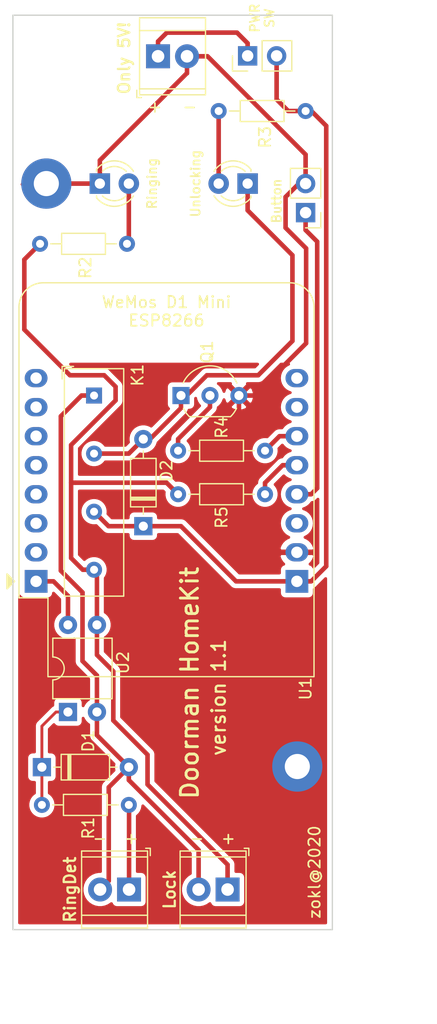
<source format=kicad_pcb>
(kicad_pcb (version 20171130) (host pcbnew "(5.1.5-0-10_14)")

  (general
    (thickness 1.6)
    (drawings 24)
    (tracks 118)
    (zones 0)
    (modules 20)
    (nets 16)
  )

  (page A4)
  (layers
    (0 F.Cu signal)
    (31 B.Cu signal hide)
    (32 B.Adhes user hide)
    (33 F.Adhes user hide)
    (34 B.Paste user hide)
    (35 F.Paste user hide)
    (36 B.SilkS user hide)
    (37 F.SilkS user)
    (38 B.Mask user hide)
    (39 F.Mask user hide)
    (40 Dwgs.User user hide)
    (41 Cmts.User user hide)
    (42 Eco1.User user hide)
    (43 Eco2.User user hide)
    (44 Edge.Cuts user hide)
    (45 Margin user)
    (46 B.CrtYd user hide)
    (47 F.CrtYd user)
    (48 B.Fab user hide)
    (49 F.Fab user hide)
  )

  (setup
    (last_trace_width 0.25)
    (user_trace_width 0.4)
    (trace_clearance 0.2)
    (zone_clearance 0.4)
    (zone_45_only no)
    (trace_min 0.2)
    (via_size 0.8)
    (via_drill 0.4)
    (via_min_size 0.4)
    (via_min_drill 0.3)
    (uvia_size 0.3)
    (uvia_drill 0.1)
    (uvias_allowed no)
    (uvia_min_size 0.2)
    (uvia_min_drill 0.1)
    (edge_width 0.05)
    (segment_width 0.2)
    (pcb_text_width 0.3)
    (pcb_text_size 1.5 1.5)
    (mod_edge_width 0.12)
    (mod_text_size 1 1)
    (mod_text_width 0.15)
    (pad_size 1.524 1.524)
    (pad_drill 0.762)
    (pad_to_mask_clearance 0.051)
    (solder_mask_min_width 0.25)
    (aux_axis_origin 0 0)
    (grid_origin 101.072 51.27)
    (visible_elements FFFFFF7F)
    (pcbplotparams
      (layerselection 0x010a0_7fffffff)
      (usegerberextensions false)
      (usegerberattributes false)
      (usegerberadvancedattributes false)
      (creategerberjobfile false)
      (excludeedgelayer true)
      (linewidth 0.100000)
      (plotframeref false)
      (viasonmask false)
      (mode 1)
      (useauxorigin false)
      (hpglpennumber 1)
      (hpglpenspeed 20)
      (hpglpendiameter 15.000000)
      (psnegative false)
      (psa4output false)
      (plotreference true)
      (plotvalue true)
      (plotinvisibletext false)
      (padsonsilk false)
      (subtractmaskfromsilk false)
      (outputformat 4)
      (mirror false)
      (drillshape 2)
      (scaleselection 1)
      (outputdirectory "./"))
  )

  (net 0 "")
  (net 1 PhGND)
  (net 2 "Net-(D1-Pad1)")
  (net 3 "Net-(D2-Pad2)")
  (net 4 +5V)
  (net 5 PhRing)
  (net 6 PhLock)
  (net 7 GND)
  (net 8 "Net-(J3-Pad1)")
  (net 9 "Net-(LED1-Pad2)")
  (net 10 "Net-(LED2-Pad2)")
  (net 11 "Net-(Q1-Pad2)")
  (net 12 Lock)
  (net 13 RingDet)
  (net 14 Butt)
  (net 15 +3V3)

  (net_class Default "This is the default net class."
    (clearance 0.2)
    (trace_width 0.25)
    (via_dia 0.8)
    (via_drill 0.4)
    (uvia_dia 0.3)
    (uvia_drill 0.1)
    (add_net +3V3)
    (add_net +5V)
    (add_net Butt)
    (add_net GND)
    (add_net Lock)
    (add_net "Net-(D1-Pad1)")
    (add_net "Net-(D2-Pad2)")
    (add_net "Net-(J3-Pad1)")
    (add_net "Net-(LED1-Pad2)")
    (add_net "Net-(LED2-Pad2)")
    (add_net "Net-(Q1-Pad2)")
    (add_net PhGND)
    (add_net PhLock)
    (add_net PhRing)
    (add_net RingDet)
  )

  (module Connector_PinHeader_2.54mm:PinHeader_1x02_P2.54mm_Vertical (layer F.Cu) (tedit 59FED5CC) (tstamp 5E5F139F)
    (at 121.646 54.826 90)
    (descr "Through hole straight pin header, 1x02, 2.54mm pitch, single row")
    (tags "Through hole pin header THT 1x02 2.54mm single row")
    (path /5E206C1B)
    (fp_text reference " " (at 3.302 1.016 270) (layer F.SilkS)
      (effects (font (size 1 1) (thickness 0.15)))
    )
    (fp_text value Jumper (at 0 4.87 90) (layer F.Fab)
      (effects (font (size 1 1) (thickness 0.15)))
    )
    (fp_text user %R (at 0 1.27 90) (layer F.Fab)
      (effects (font (size 1 1) (thickness 0.15)))
    )
    (fp_line (start 1.8 -1.8) (end -1.8 -1.8) (layer F.CrtYd) (width 0.05))
    (fp_line (start 1.8 4.35) (end 1.8 -1.8) (layer F.CrtYd) (width 0.05))
    (fp_line (start -1.8 4.35) (end 1.8 4.35) (layer F.CrtYd) (width 0.05))
    (fp_line (start -1.8 -1.8) (end -1.8 4.35) (layer F.CrtYd) (width 0.05))
    (fp_line (start -1.33 -1.33) (end 0 -1.33) (layer F.SilkS) (width 0.12))
    (fp_line (start -1.33 0) (end -1.33 -1.33) (layer F.SilkS) (width 0.12))
    (fp_line (start -1.33 1.27) (end 1.33 1.27) (layer F.SilkS) (width 0.12))
    (fp_line (start 1.33 1.27) (end 1.33 3.87) (layer F.SilkS) (width 0.12))
    (fp_line (start -1.33 1.27) (end -1.33 3.87) (layer F.SilkS) (width 0.12))
    (fp_line (start -1.33 3.87) (end 1.33 3.87) (layer F.SilkS) (width 0.12))
    (fp_line (start -1.27 -0.635) (end -0.635 -1.27) (layer F.Fab) (width 0.1))
    (fp_line (start -1.27 3.81) (end -1.27 -0.635) (layer F.Fab) (width 0.1))
    (fp_line (start 1.27 3.81) (end -1.27 3.81) (layer F.Fab) (width 0.1))
    (fp_line (start 1.27 -1.27) (end 1.27 3.81) (layer F.Fab) (width 0.1))
    (fp_line (start -0.635 -1.27) (end 1.27 -1.27) (layer F.Fab) (width 0.1))
    (pad 2 thru_hole oval (at 0 2.54 90) (size 1.7 1.7) (drill 1) (layers *.Cu *.Mask)
      (net 4 +5V))
    (pad 1 thru_hole rect (at 0 0 90) (size 1.7 1.7) (drill 1) (layers *.Cu *.Mask)
      (net 8 "Net-(J3-Pad1)"))
    (model ${KISYS3DMOD}/Connector_PinHeader_2.54mm.3dshapes/PinHeader_1x02_P2.54mm_Vertical.wrl
      (at (xyz 0 0 0))
      (scale (xyz 1 1 1))
      (rotate (xyz 0 0 0))
    )
  )

  (module Diode_THT:D_DO-35_SOD27_P7.62mm_Horizontal (layer F.Cu) (tedit 5AE50CD5) (tstamp 5E1FEC96)
    (at 103.612 117.056)
    (descr "Diode, DO-35_SOD27 series, Axial, Horizontal, pin pitch=7.62mm, , length*diameter=4*2mm^2, , http://www.diodes.com/_files/packages/DO-35.pdf")
    (tags "Diode DO-35_SOD27 series Axial Horizontal pin pitch 7.62mm  length 4mm diameter 2mm")
    (path /5E1CF524)
    (fp_text reference D1 (at 4.064 -2.286 90) (layer F.SilkS)
      (effects (font (size 1 1) (thickness 0.15)))
    )
    (fp_text value 1N4148 (at 3.81 2.12) (layer F.Fab)
      (effects (font (size 1 1) (thickness 0.15)))
    )
    (fp_text user K (at 0 -1.8) (layer F.Fab)
      (effects (font (size 1 1) (thickness 0.15)))
    )
    (fp_text user K (at 0 -1.8) (layer F.Fab)
      (effects (font (size 1 1) (thickness 0.15)))
    )
    (fp_text user %R (at 4.11 0) (layer F.Fab)
      (effects (font (size 0.8 0.8) (thickness 0.12)))
    )
    (fp_line (start 8.67 -1.25) (end -1.05 -1.25) (layer F.CrtYd) (width 0.05))
    (fp_line (start 8.67 1.25) (end 8.67 -1.25) (layer F.CrtYd) (width 0.05))
    (fp_line (start -1.05 1.25) (end 8.67 1.25) (layer F.CrtYd) (width 0.05))
    (fp_line (start -1.05 -1.25) (end -1.05 1.25) (layer F.CrtYd) (width 0.05))
    (fp_line (start 2.29 -1.12) (end 2.29 1.12) (layer F.SilkS) (width 0.12))
    (fp_line (start 2.53 -1.12) (end 2.53 1.12) (layer F.SilkS) (width 0.12))
    (fp_line (start 2.41 -1.12) (end 2.41 1.12) (layer F.SilkS) (width 0.12))
    (fp_line (start 6.58 0) (end 5.93 0) (layer F.SilkS) (width 0.12))
    (fp_line (start 1.04 0) (end 1.69 0) (layer F.SilkS) (width 0.12))
    (fp_line (start 5.93 -1.12) (end 1.69 -1.12) (layer F.SilkS) (width 0.12))
    (fp_line (start 5.93 1.12) (end 5.93 -1.12) (layer F.SilkS) (width 0.12))
    (fp_line (start 1.69 1.12) (end 5.93 1.12) (layer F.SilkS) (width 0.12))
    (fp_line (start 1.69 -1.12) (end 1.69 1.12) (layer F.SilkS) (width 0.12))
    (fp_line (start 2.31 -1) (end 2.31 1) (layer F.Fab) (width 0.1))
    (fp_line (start 2.51 -1) (end 2.51 1) (layer F.Fab) (width 0.1))
    (fp_line (start 2.41 -1) (end 2.41 1) (layer F.Fab) (width 0.1))
    (fp_line (start 7.62 0) (end 5.81 0) (layer F.Fab) (width 0.1))
    (fp_line (start 0 0) (end 1.81 0) (layer F.Fab) (width 0.1))
    (fp_line (start 5.81 -1) (end 1.81 -1) (layer F.Fab) (width 0.1))
    (fp_line (start 5.81 1) (end 5.81 -1) (layer F.Fab) (width 0.1))
    (fp_line (start 1.81 1) (end 5.81 1) (layer F.Fab) (width 0.1))
    (fp_line (start 1.81 -1) (end 1.81 1) (layer F.Fab) (width 0.1))
    (pad 2 thru_hole oval (at 7.62 0) (size 1.6 1.6) (drill 0.8) (layers *.Cu *.Mask)
      (net 1 PhGND))
    (pad 1 thru_hole rect (at 0 0) (size 1.6 1.6) (drill 0.8) (layers *.Cu *.Mask)
      (net 2 "Net-(D1-Pad1)"))
    (model ${KISYS3DMOD}/Diode_THT.3dshapes/D_DO-35_SOD27_P7.62mm_Horizontal.wrl
      (at (xyz 0 0 0))
      (scale (xyz 1 1 1))
      (rotate (xyz 0 0 0))
    )
  )

  (module Package_DIP:DIP-4_W7.62mm (layer F.Cu) (tedit 5A02E8C5) (tstamp 5E63F712)
    (at 105.898 112.23 90)
    (descr "4-lead though-hole mounted DIP package, row spacing 7.62 mm (300 mils)")
    (tags "THT DIP DIL PDIP 2.54mm 7.62mm 300mil")
    (path /5E1CFE89)
    (fp_text reference U2 (at 4.318 4.826 270) (layer F.SilkS)
      (effects (font (size 1 1) (thickness 0.15)))
    )
    (fp_text value PC817 (at 3.81 4.87 90) (layer F.Fab)
      (effects (font (size 1 1) (thickness 0.15)))
    )
    (fp_text user %R (at 3.81 1.27 90) (layer F.Fab)
      (effects (font (size 1 1) (thickness 0.15)))
    )
    (fp_line (start 8.7 -1.55) (end -1.1 -1.55) (layer F.CrtYd) (width 0.05))
    (fp_line (start 8.7 4.1) (end 8.7 -1.55) (layer F.CrtYd) (width 0.05))
    (fp_line (start -1.1 4.1) (end 8.7 4.1) (layer F.CrtYd) (width 0.05))
    (fp_line (start -1.1 -1.55) (end -1.1 4.1) (layer F.CrtYd) (width 0.05))
    (fp_line (start 6.46 -1.33) (end 4.81 -1.33) (layer F.SilkS) (width 0.12))
    (fp_line (start 6.46 3.87) (end 6.46 -1.33) (layer F.SilkS) (width 0.12))
    (fp_line (start 1.16 3.87) (end 6.46 3.87) (layer F.SilkS) (width 0.12))
    (fp_line (start 1.16 -1.33) (end 1.16 3.87) (layer F.SilkS) (width 0.12))
    (fp_line (start 2.81 -1.33) (end 1.16 -1.33) (layer F.SilkS) (width 0.12))
    (fp_line (start 0.635 -0.27) (end 1.635 -1.27) (layer F.Fab) (width 0.1))
    (fp_line (start 0.635 3.81) (end 0.635 -0.27) (layer F.Fab) (width 0.1))
    (fp_line (start 6.985 3.81) (end 0.635 3.81) (layer F.Fab) (width 0.1))
    (fp_line (start 6.985 -1.27) (end 6.985 3.81) (layer F.Fab) (width 0.1))
    (fp_line (start 1.635 -1.27) (end 6.985 -1.27) (layer F.Fab) (width 0.1))
    (fp_arc (start 3.81 -1.33) (end 2.81 -1.33) (angle -180) (layer F.SilkS) (width 0.12))
    (pad 4 thru_hole oval (at 7.62 0 90) (size 1.6 1.6) (drill 0.8) (layers *.Cu *.Mask)
      (net 15 +3V3))
    (pad 2 thru_hole oval (at 0 2.54 90) (size 1.6 1.6) (drill 0.8) (layers *.Cu *.Mask)
      (net 1 PhGND))
    (pad 3 thru_hole oval (at 7.62 2.54 90) (size 1.6 1.6) (drill 0.8) (layers *.Cu *.Mask)
      (net 6 PhLock))
    (pad 1 thru_hole rect (at 0 0 90) (size 1.6 1.6) (drill 0.8) (layers *.Cu *.Mask)
      (net 2 "Net-(D1-Pad1)"))
    (model ${KISYS3DMOD}/Package_DIP.3dshapes/DIP-4_W7.62mm.wrl
      (at (xyz 0 0 0))
      (scale (xyz 1 1 1))
      (rotate (xyz 0 0 0))
    )
  )

  (module MountingHole:MountingHole_2.2mm_M2_Pad (layer F.Cu) (tedit 56D1B4CB) (tstamp 5E212315)
    (at 104 66)
    (descr "Mounting Hole 2.2mm, M2")
    (tags "mounting hole 2.2mm m2")
    (path /5E21CA7B)
    (attr virtual)
    (fp_text reference H2 (at 0 -3.2) (layer F.SilkS) hide
      (effects (font (size 1 1) (thickness 0.15)))
    )
    (fp_text value MountingHole_Pad (at 0 3.2) (layer F.Fab)
      (effects (font (size 1 1) (thickness 0.15)))
    )
    (fp_circle (center 0 0) (end 2.45 0) (layer F.CrtYd) (width 0.05))
    (fp_circle (center 0 0) (end 2.2 0) (layer Cmts.User) (width 0.15))
    (fp_text user %R (at 0.3 0) (layer F.Fab)
      (effects (font (size 1 1) (thickness 0.15)))
    )
    (pad 1 thru_hole circle (at 0 0) (size 4.4 4.4) (drill 2.2) (layers *.Cu *.Mask)
      (net 7 GND))
  )

  (module MountingHole:MountingHole_2.2mm_M2_Pad (layer F.Cu) (tedit 56D1B4CB) (tstamp 5E211BFD)
    (at 126 117)
    (descr "Mounting Hole 2.2mm, M2")
    (tags "mounting hole 2.2mm m2")
    (path /5E2185F9)
    (zone_connect 2)
    (attr virtual)
    (fp_text reference H1 (at 0 -3.2) (layer F.SilkS) hide
      (effects (font (size 1 1) (thickness 0.15)))
    )
    (fp_text value MountingHole_Pad (at 0 3.2) (layer F.Fab)
      (effects (font (size 1 1) (thickness 0.15)))
    )
    (fp_circle (center 0 0) (end 2.45 0) (layer F.CrtYd) (width 0.05))
    (fp_circle (center 0 0) (end 2.2 0) (layer Cmts.User) (width 0.15))
    (fp_text user %R (at 0.3 0) (layer F.Fab)
      (effects (font (size 1 1) (thickness 0.15)))
    )
    (pad 1 thru_hole circle (at 0 0) (size 4.4 4.4) (drill 2.2) (layers *.Cu *.Mask)
      (net 7 GND) (zone_connect 2))
  )

  (module Resistor_THT:R_Axial_DIN0204_L3.6mm_D1.6mm_P7.62mm_Horizontal (layer F.Cu) (tedit 5AE5139B) (tstamp 5E20181A)
    (at 115.55 93.18)
    (descr "Resistor, Axial_DIN0204 series, Axial, Horizontal, pin pitch=7.62mm, 0.167W, length*diameter=3.6*1.6mm^2, http://cdn-reichelt.de/documents/datenblatt/B400/1_4W%23YAG.pdf")
    (tags "Resistor Axial_DIN0204 series Axial Horizontal pin pitch 7.62mm 0.167W length 3.6mm diameter 1.6mm")
    (path /5E1DD5B7)
    (fp_text reference R5 (at 3.81 2.032 90) (layer F.SilkS)
      (effects (font (size 1 1) (thickness 0.15)))
    )
    (fp_text value 1k (at 2.54 1.92) (layer F.Fab)
      (effects (font (size 1 1) (thickness 0.15)))
    )
    (fp_text user %R (at 2.54 -1.92) (layer F.Fab)
      (effects (font (size 1 1) (thickness 0.15)))
    )
    (fp_line (start 8.57 -1.05) (end -0.95 -1.05) (layer F.CrtYd) (width 0.05))
    (fp_line (start 8.57 1.05) (end 8.57 -1.05) (layer F.CrtYd) (width 0.05))
    (fp_line (start -0.95 1.05) (end 8.57 1.05) (layer F.CrtYd) (width 0.05))
    (fp_line (start -0.95 -1.05) (end -0.95 1.05) (layer F.CrtYd) (width 0.05))
    (fp_line (start 6.68 0) (end 5.73 0) (layer F.SilkS) (width 0.12))
    (fp_line (start 0.94 0) (end 1.89 0) (layer F.SilkS) (width 0.12))
    (fp_line (start 5.73 -0.92) (end 1.89 -0.92) (layer F.SilkS) (width 0.12))
    (fp_line (start 5.73 0.92) (end 5.73 -0.92) (layer F.SilkS) (width 0.12))
    (fp_line (start 1.89 0.92) (end 5.73 0.92) (layer F.SilkS) (width 0.12))
    (fp_line (start 1.89 -0.92) (end 1.89 0.92) (layer F.SilkS) (width 0.12))
    (fp_line (start 7.62 0) (end 5.61 0) (layer F.Fab) (width 0.1))
    (fp_line (start 0 0) (end 2.01 0) (layer F.Fab) (width 0.1))
    (fp_line (start 5.61 -0.8) (end 2.01 -0.8) (layer F.Fab) (width 0.1))
    (fp_line (start 5.61 0.8) (end 5.61 -0.8) (layer F.Fab) (width 0.1))
    (fp_line (start 2.01 0.8) (end 5.61 0.8) (layer F.Fab) (width 0.1))
    (fp_line (start 2.01 -0.8) (end 2.01 0.8) (layer F.Fab) (width 0.1))
    (pad 2 thru_hole oval (at 7.62 0) (size 1.4 1.4) (drill 0.7) (layers *.Cu *.Mask)
      (net 13 RingDet))
    (pad 1 thru_hole circle (at 0 0) (size 1.4 1.4) (drill 0.7) (layers *.Cu *.Mask)
      (net 6 PhLock))
    (model ${KISYS3DMOD}/Resistor_THT.3dshapes/R_Axial_DIN0204_L3.6mm_D1.6mm_P7.62mm_Horizontal.wrl
      (at (xyz 0 0 0))
      (scale (xyz 1 1 1))
      (rotate (xyz 0 0 0))
    )
  )

  (module Diode_THT:D_DO-35_SOD27_P7.62mm_Horizontal (layer F.Cu) (tedit 5AE50CD5) (tstamp 5E2009EE)
    (at 112.502 95.974 90)
    (descr "Diode, DO-35_SOD27 series, Axial, Horizontal, pin pitch=7.62mm, , length*diameter=4*2mm^2, , http://www.diodes.com/_files/packages/DO-35.pdf")
    (tags "Diode DO-35_SOD27 series Axial Horizontal pin pitch 7.62mm  length 4mm diameter 2mm")
    (path /5E1D08DC)
    (fp_text reference D2 (at 4.826 2.032 270) (layer F.SilkS)
      (effects (font (size 1 1) (thickness 0.15)))
    )
    (fp_text value 1N4148 (at 3.81 2.12 90) (layer F.Fab)
      (effects (font (size 1 1) (thickness 0.15)))
    )
    (fp_text user K (at 0 -1.8 90) (layer F.Fab)
      (effects (font (size 1 1) (thickness 0.15)))
    )
    (fp_text user K (at 0 -1.8 90) (layer F.Fab)
      (effects (font (size 1 1) (thickness 0.15)))
    )
    (fp_text user %R (at 4.11 0 90) (layer F.Fab)
      (effects (font (size 0.8 0.8) (thickness 0.12)))
    )
    (fp_line (start 8.67 -1.25) (end -1.05 -1.25) (layer F.CrtYd) (width 0.05))
    (fp_line (start 8.67 1.25) (end 8.67 -1.25) (layer F.CrtYd) (width 0.05))
    (fp_line (start -1.05 1.25) (end 8.67 1.25) (layer F.CrtYd) (width 0.05))
    (fp_line (start -1.05 -1.25) (end -1.05 1.25) (layer F.CrtYd) (width 0.05))
    (fp_line (start 2.29 -1.12) (end 2.29 1.12) (layer F.SilkS) (width 0.12))
    (fp_line (start 2.53 -1.12) (end 2.53 1.12) (layer F.SilkS) (width 0.12))
    (fp_line (start 2.41 -1.12) (end 2.41 1.12) (layer F.SilkS) (width 0.12))
    (fp_line (start 6.58 0) (end 5.93 0) (layer F.SilkS) (width 0.12))
    (fp_line (start 1.04 0) (end 1.69 0) (layer F.SilkS) (width 0.12))
    (fp_line (start 5.93 -1.12) (end 1.69 -1.12) (layer F.SilkS) (width 0.12))
    (fp_line (start 5.93 1.12) (end 5.93 -1.12) (layer F.SilkS) (width 0.12))
    (fp_line (start 1.69 1.12) (end 5.93 1.12) (layer F.SilkS) (width 0.12))
    (fp_line (start 1.69 -1.12) (end 1.69 1.12) (layer F.SilkS) (width 0.12))
    (fp_line (start 2.31 -1) (end 2.31 1) (layer F.Fab) (width 0.1))
    (fp_line (start 2.51 -1) (end 2.51 1) (layer F.Fab) (width 0.1))
    (fp_line (start 2.41 -1) (end 2.41 1) (layer F.Fab) (width 0.1))
    (fp_line (start 7.62 0) (end 5.81 0) (layer F.Fab) (width 0.1))
    (fp_line (start 0 0) (end 1.81 0) (layer F.Fab) (width 0.1))
    (fp_line (start 5.81 -1) (end 1.81 -1) (layer F.Fab) (width 0.1))
    (fp_line (start 5.81 1) (end 5.81 -1) (layer F.Fab) (width 0.1))
    (fp_line (start 1.81 1) (end 5.81 1) (layer F.Fab) (width 0.1))
    (fp_line (start 1.81 -1) (end 1.81 1) (layer F.Fab) (width 0.1))
    (pad 2 thru_hole oval (at 7.62 0 90) (size 1.6 1.6) (drill 0.8) (layers *.Cu *.Mask)
      (net 3 "Net-(D2-Pad2)"))
    (pad 1 thru_hole rect (at 0 0 90) (size 1.6 1.6) (drill 0.8) (layers *.Cu *.Mask)
      (net 4 +5V))
    (model ${KISYS3DMOD}/Diode_THT.3dshapes/D_DO-35_SOD27_P7.62mm_Horizontal.wrl
      (at (xyz 0 0 0))
      (scale (xyz 1 1 1))
      (rotate (xyz 0 0 0))
    )
  )

  (module Resistor_THT:R_Axial_DIN0204_L3.6mm_D1.6mm_P7.62mm_Horizontal (layer F.Cu) (tedit 5AE5139B) (tstamp 5E20161C)
    (at 115.55 89.37)
    (descr "Resistor, Axial_DIN0204 series, Axial, Horizontal, pin pitch=7.62mm, 0.167W, length*diameter=3.6*1.6mm^2, http://cdn-reichelt.de/documents/datenblatt/B400/1_4W%23YAG.pdf")
    (tags "Resistor Axial_DIN0204 series Axial Horizontal pin pitch 7.62mm 0.167W length 3.6mm diameter 1.6mm")
    (path /5E1DCF9C)
    (fp_text reference R4 (at 3.81 -2.032 90) (layer F.SilkS)
      (effects (font (size 1 1) (thickness 0.15)))
    )
    (fp_text value 1k (at 2.54 1.92) (layer F.Fab)
      (effects (font (size 1 1) (thickness 0.15)))
    )
    (fp_text user %R (at 2.54 -1.92) (layer F.Fab)
      (effects (font (size 1 1) (thickness 0.15)))
    )
    (fp_line (start 8.57 -1.05) (end -0.95 -1.05) (layer F.CrtYd) (width 0.05))
    (fp_line (start 8.57 1.05) (end 8.57 -1.05) (layer F.CrtYd) (width 0.05))
    (fp_line (start -0.95 1.05) (end 8.57 1.05) (layer F.CrtYd) (width 0.05))
    (fp_line (start -0.95 -1.05) (end -0.95 1.05) (layer F.CrtYd) (width 0.05))
    (fp_line (start 6.68 0) (end 5.73 0) (layer F.SilkS) (width 0.12))
    (fp_line (start 0.94 0) (end 1.89 0) (layer F.SilkS) (width 0.12))
    (fp_line (start 5.73 -0.92) (end 1.89 -0.92) (layer F.SilkS) (width 0.12))
    (fp_line (start 5.73 0.92) (end 5.73 -0.92) (layer F.SilkS) (width 0.12))
    (fp_line (start 1.89 0.92) (end 5.73 0.92) (layer F.SilkS) (width 0.12))
    (fp_line (start 1.89 -0.92) (end 1.89 0.92) (layer F.SilkS) (width 0.12))
    (fp_line (start 7.62 0) (end 5.61 0) (layer F.Fab) (width 0.1))
    (fp_line (start 0 0) (end 2.01 0) (layer F.Fab) (width 0.1))
    (fp_line (start 5.61 -0.8) (end 2.01 -0.8) (layer F.Fab) (width 0.1))
    (fp_line (start 5.61 0.8) (end 5.61 -0.8) (layer F.Fab) (width 0.1))
    (fp_line (start 2.01 0.8) (end 5.61 0.8) (layer F.Fab) (width 0.1))
    (fp_line (start 2.01 -0.8) (end 2.01 0.8) (layer F.Fab) (width 0.1))
    (pad 2 thru_hole oval (at 7.62 0) (size 1.4 1.4) (drill 0.7) (layers *.Cu *.Mask)
      (net 12 Lock))
    (pad 1 thru_hole circle (at 0 0) (size 1.4 1.4) (drill 0.7) (layers *.Cu *.Mask)
      (net 11 "Net-(Q1-Pad2)"))
    (model ${KISYS3DMOD}/Resistor_THT.3dshapes/R_Axial_DIN0204_L3.6mm_D1.6mm_P7.62mm_Horizontal.wrl
      (at (xyz 0 0 0))
      (scale (xyz 1 1 1))
      (rotate (xyz 0 0 0))
    )
  )

  (module Module:WEMOS_D1_mini_light locked (layer F.Cu) (tedit 5E5E787E) (tstamp 5E5F0CCE)
    (at 103.104 83.02)
    (descr "16-pin module, column spacing 22.86 mm (900 mils), https://wiki.wemos.cc/products:d1:d1_mini, https://c1.staticflickr.com/1/734/31400410271_f278b087db_z.jpg")
    (tags "ESP8266 WiFi microcontroller")
    (path /5E1CE043)
    (attr smd)
    (fp_text reference U1 (at 23.622 27.178 90) (layer F.SilkS)
      (effects (font (size 1 1) (thickness 0.15)))
    )
    (fp_text value WeMos_mini (at 11.7 0) (layer F.Fab)
      (effects (font (size 1 1) (thickness 0.15)))
    )
    (fp_text user "No copper" (at 11.43 -3.81) (layer Cmts.User)
      (effects (font (size 1 1) (thickness 0.15)))
    )
    (fp_text user "KEEP OUT" (at 11.43 -6.35) (layer Cmts.User)
      (effects (font (size 1 1) (thickness 0.15)))
    )
    (fp_arc (start 22.23 -6.21) (end 24.36 -6.21) (angle -90) (layer F.SilkS) (width 0.12))
    (fp_arc (start 0.63 -6.21) (end 0.63 -8.34) (angle -90) (layer F.SilkS) (width 0.12))
    (fp_line (start 1.04 19.22) (end 1.04 26.12) (layer F.SilkS) (width 0.12))
    (fp_line (start -1.5 19.22) (end 1.04 19.22) (layer F.SilkS) (width 0.12))
    (fp_arc (start 22.23 -6.21) (end 24.23 -6.19) (angle -90) (layer F.Fab) (width 0.1))
    (fp_arc (start 0.63 -6.21) (end 0.63 -8.21) (angle -90) (layer F.Fab) (width 0.1))
    (fp_line (start -1.37 1) (end -1.37 -1) (layer F.Fab) (width 0.1))
    (fp_line (start -1.37 -6.21) (end -1.37 -1) (layer F.Fab) (width 0.1))
    (fp_line (start 1.17 19.09) (end 1.17 25.99) (layer F.Fab) (width 0.1))
    (fp_line (start -1.37 19.09) (end 1.17 19.09) (layer F.Fab) (width 0.1))
    (fp_line (start -1.35 -7.4) (end -0.55 -8.2) (layer Dwgs.User) (width 0.1))
    (fp_line (start -1.3 -5.45) (end 1.45 -8.2) (layer Dwgs.User) (width 0.1))
    (fp_line (start -1.35 -3.4) (end 3.45 -8.2) (layer Dwgs.User) (width 0.1))
    (fp_line (start 22.65 -1.4) (end 24.25 -3) (layer Dwgs.User) (width 0.1))
    (fp_line (start 20.65 -1.4) (end 24.25 -5) (layer Dwgs.User) (width 0.1))
    (fp_line (start 18.65 -1.4) (end 24.25 -7) (layer Dwgs.User) (width 0.1))
    (fp_line (start 16.65 -1.4) (end 23.45 -8.2) (layer Dwgs.User) (width 0.1))
    (fp_line (start 14.65 -1.4) (end 21.45 -8.2) (layer Dwgs.User) (width 0.1))
    (fp_line (start 12.65 -1.4) (end 19.45 -8.2) (layer Dwgs.User) (width 0.1))
    (fp_line (start 10.65 -1.4) (end 17.45 -8.2) (layer Dwgs.User) (width 0.1))
    (fp_line (start 8.65 -1.4) (end 15.45 -8.2) (layer Dwgs.User) (width 0.1))
    (fp_line (start 6.65 -1.4) (end 13.45 -8.2) (layer Dwgs.User) (width 0.1))
    (fp_line (start 4.65 -1.4) (end 11.45 -8.2) (layer Dwgs.User) (width 0.1))
    (fp_line (start 2.65 -1.4) (end 9.45 -8.2) (layer Dwgs.User) (width 0.1))
    (fp_line (start 0.65 -1.4) (end 7.45 -8.2) (layer Dwgs.User) (width 0.1))
    (fp_line (start -1.35 -1.4) (end 5.45 -8.2) (layer Dwgs.User) (width 0.1))
    (fp_line (start -1.35 -8.2) (end -1.35 -1.4) (layer Dwgs.User) (width 0.1))
    (fp_line (start 24.25 -8.2) (end -1.35 -8.2) (layer Dwgs.User) (width 0.1))
    (fp_line (start 24.25 -1.4) (end 24.25 -8.2) (layer Dwgs.User) (width 0.1))
    (fp_line (start -1.35 -1.4) (end 24.25 -1.4) (layer Dwgs.User) (width 0.1))
    (fp_poly (pts (xy -2.54 17.145) (xy -2.54 18.415) (xy -1.905 17.78)) (layer F.SilkS) (width 0.15))
    (fp_line (start -1.62 26.24) (end -1.62 -8.46) (layer F.CrtYd) (width 0.05))
    (fp_line (start 24.48 26.24) (end -1.62 26.24) (layer F.CrtYd) (width 0.05))
    (fp_line (start 24.48 -8.41) (end 24.48 26.24) (layer F.CrtYd) (width 0.05))
    (fp_line (start -1.62 -8.46) (end 24.48 -8.46) (layer F.CrtYd) (width 0.05))
    (fp_text user %R (at 11.43 10) (layer F.Fab)
      (effects (font (size 1 1) (thickness 0.15)))
    )
    (fp_line (start -1.37 1) (end -1.37 19.09) (layer F.Fab) (width 0.1))
    (fp_line (start 22.23 -8.21) (end 0.63 -8.21) (layer F.Fab) (width 0.1))
    (fp_line (start 24.23 25.99) (end 24.23 -6.21) (layer F.Fab) (width 0.1))
    (fp_line (start 1.17 25.99) (end 24.23 25.99) (layer F.Fab) (width 0.1))
    (fp_line (start 22.24 -8.34) (end 0.63 -8.34) (layer F.SilkS) (width 0.12))
    (fp_line (start 24.36 26.12) (end 24.36 -6.21) (layer F.SilkS) (width 0.12))
    (fp_line (start -1.5 19.22) (end -1.5 -6.21) (layer F.SilkS) (width 0.12))
    (fp_line (start 1.04 26.12) (end 24.36 26.12) (layer F.SilkS) (width 0.12))
    (pad 8 thru_hole oval (at 22.86 0) (size 2 1.6) (drill 1) (layers *.Cu *.Mask))
    (pad 7 thru_hole oval (at 22.86 2.54) (size 2 1.6) (drill 1) (layers *.Cu *.Mask))
    (pad 6 thru_hole oval (at 22.86 5.08) (size 2 1.6) (drill 1) (layers *.Cu *.Mask)
      (net 12 Lock))
    (pad 5 thru_hole oval (at 22.86 7.62) (size 2 1.6) (drill 1) (layers *.Cu *.Mask)
      (net 13 RingDet))
    (pad 4 thru_hole oval (at 22.86 10.16) (size 2 1.6) (drill 1) (layers *.Cu *.Mask)
      (net 14 Butt))
    (pad 3 thru_hole oval (at 22.86 12.7) (size 2 1.6) (drill 1) (layers *.Cu *.Mask))
    (pad 2 thru_hole oval (at 22.86 15.24) (size 2 1.6) (drill 1) (layers *.Cu *.Mask)
      (net 7 GND))
    (pad 1 thru_hole rect (at 22.86 17.78) (size 2 2) (drill 1) (layers *.Cu *.Mask)
      (net 4 +5V))
    (pad 16 thru_hole rect (at 0 17.78) (size 2 2) (drill 1) (layers *.Cu *.Mask)
      (net 15 +3V3))
    (pad 15 thru_hole oval (at 0 15.24) (size 2 1.6) (drill 1) (layers *.Cu *.Mask))
    (pad 14 thru_hole oval (at 0 12.7) (size 2 1.6) (drill 1) (layers *.Cu *.Mask))
    (pad 13 thru_hole oval (at 0 10.16) (size 2 1.6) (drill 1) (layers *.Cu *.Mask))
    (pad 12 thru_hole oval (at 0 7.62) (size 2 1.6) (drill 1) (layers *.Cu *.Mask))
    (pad 11 thru_hole oval (at 0 5.08) (size 2 1.6) (drill 1) (layers *.Cu *.Mask))
    (pad 9 thru_hole oval (at 0 0) (size 2 1.6) (drill 1) (layers *.Cu *.Mask))
    (pad 10 thru_hole oval (at 0 2.54) (size 2 1.6) (drill 1) (layers *.Cu *.Mask))
    (model ${KISYS3DMOD}/Module.3dshapes/WEMOS_D1_mini_light.wrl
      (at (xyz 0 0 0))
      (scale (xyz 1 1 1))
      (rotate (xyz 0 0 0))
    )
    (model ${KISYS3DMOD}/Connector_PinHeader_2.54mm.3dshapes/PinHeader_1x08_P2.54mm_Vertical.wrl
      (offset (xyz 0 0 9.5))
      (scale (xyz 1 1 1))
      (rotate (xyz 0 -180 0))
    )
    (model ${KISYS3DMOD}/Connector_PinHeader_2.54mm.3dshapes/PinHeader_1x08_P2.54mm_Vertical.wrl
      (offset (xyz 22.86 0 9.5))
      (scale (xyz 1 1 1))
      (rotate (xyz 0 -180 0))
    )
    (model ${KISYS3DMOD}/Connector_PinSocket_2.54mm.3dshapes/PinSocket_1x08_P2.54mm_Vertical.wrl
      (at (xyz 0 0 0))
      (scale (xyz 1 1 1))
      (rotate (xyz 0 0 0))
    )
    (model ${KISYS3DMOD}/Connector_PinSocket_2.54mm.3dshapes/PinSocket_1x08_P2.54mm_Vertical.wrl
      (offset (xyz 22.86 0 0))
      (scale (xyz 1 1 1))
      (rotate (xyz 0 0 0))
    )
  )

  (module Package_TO_SOT_THT:TO-92_Inline_Wide (layer F.Cu) (tedit 5A02FF81) (tstamp 5E1DC800)
    (at 115.804 84.544)
    (descr "TO-92 leads in-line, wide, drill 0.75mm (see NXP sot054_po.pdf)")
    (tags "to-92 sc-43 sc-43a sot54 PA33 transistor")
    (path /5E1CEC48)
    (fp_text reference Q1 (at 2.286 -3.81 270) (layer F.SilkS)
      (effects (font (size 1 1) (thickness 0.15)))
    )
    (fp_text value BC337 (at 2.54 2.79) (layer F.Fab)
      (effects (font (size 1 1) (thickness 0.15)))
    )
    (fp_arc (start 2.54 0) (end 4.34 1.85) (angle -20) (layer F.SilkS) (width 0.12))
    (fp_arc (start 2.54 0) (end 2.54 -2.48) (angle -135) (layer F.Fab) (width 0.1))
    (fp_arc (start 2.54 0) (end 2.54 -2.48) (angle 135) (layer F.Fab) (width 0.1))
    (fp_arc (start 2.54 0) (end 2.54 -2.6) (angle 65) (layer F.SilkS) (width 0.12))
    (fp_arc (start 2.54 0) (end 2.54 -2.6) (angle -65) (layer F.SilkS) (width 0.12))
    (fp_arc (start 2.54 0) (end 0.74 1.85) (angle 20) (layer F.SilkS) (width 0.12))
    (fp_line (start 6.09 2.01) (end -1.01 2.01) (layer F.CrtYd) (width 0.05))
    (fp_line (start 6.09 2.01) (end 6.09 -2.73) (layer F.CrtYd) (width 0.05))
    (fp_line (start -1.01 -2.73) (end -1.01 2.01) (layer F.CrtYd) (width 0.05))
    (fp_line (start -1.01 -2.73) (end 6.09 -2.73) (layer F.CrtYd) (width 0.05))
    (fp_line (start 0.8 1.75) (end 4.3 1.75) (layer F.Fab) (width 0.1))
    (fp_line (start 0.74 1.85) (end 4.34 1.85) (layer F.SilkS) (width 0.12))
    (fp_text user %R (at 2.54 -3.56) (layer F.Fab)
      (effects (font (size 1 1) (thickness 0.15)))
    )
    (pad 1 thru_hole rect (at 0 0 90) (size 1.5 1.5) (drill 0.8) (layers *.Cu *.Mask)
      (net 3 "Net-(D2-Pad2)"))
    (pad 3 thru_hole circle (at 5.08 0 90) (size 1.5 1.5) (drill 0.8) (layers *.Cu *.Mask)
      (net 7 GND))
    (pad 2 thru_hole circle (at 2.54 0 90) (size 1.5 1.5) (drill 0.8) (layers *.Cu *.Mask)
      (net 11 "Net-(Q1-Pad2)"))
    (model ${KISYS3DMOD}/Package_TO_SOT_THT.3dshapes/TO-92_Inline_Wide.wrl
      (at (xyz 0 0 0))
      (scale (xyz 1 1 1))
      (rotate (xyz 0 0 0))
    )
  )

  (module Resistor_THT:R_Axial_DIN0204_L3.6mm_D1.6mm_P7.62mm_Horizontal (layer F.Cu) (tedit 5AE5139B) (tstamp 5E63D49D)
    (at 111.072 71.27 180)
    (descr "Resistor, Axial_DIN0204 series, Axial, Horizontal, pin pitch=7.62mm, 0.167W, length*diameter=3.6*1.6mm^2, http://cdn-reichelt.de/documents/datenblatt/B400/1_4W%23YAG.pdf")
    (tags "Resistor Axial_DIN0204 series Axial Horizontal pin pitch 7.62mm 0.167W length 3.6mm diameter 1.6mm")
    (path /5E1DAE6F)
    (fp_text reference R2 (at 3.65 -2.098 90) (layer F.SilkS)
      (effects (font (size 1 1) (thickness 0.15)))
    )
    (fp_text value 380R (at 2.54 1.92) (layer F.Fab)
      (effects (font (size 1 1) (thickness 0.15)))
    )
    (fp_text user %R (at 2.54 -1.92) (layer F.Fab)
      (effects (font (size 1 1) (thickness 0.15)))
    )
    (fp_line (start 8.57 -1.05) (end -0.95 -1.05) (layer F.CrtYd) (width 0.05))
    (fp_line (start 8.57 1.05) (end 8.57 -1.05) (layer F.CrtYd) (width 0.05))
    (fp_line (start -0.95 1.05) (end 8.57 1.05) (layer F.CrtYd) (width 0.05))
    (fp_line (start -0.95 -1.05) (end -0.95 1.05) (layer F.CrtYd) (width 0.05))
    (fp_line (start 6.68 0) (end 5.73 0) (layer F.SilkS) (width 0.12))
    (fp_line (start 0.94 0) (end 1.89 0) (layer F.SilkS) (width 0.12))
    (fp_line (start 5.73 -0.92) (end 1.89 -0.92) (layer F.SilkS) (width 0.12))
    (fp_line (start 5.73 0.92) (end 5.73 -0.92) (layer F.SilkS) (width 0.12))
    (fp_line (start 1.89 0.92) (end 5.73 0.92) (layer F.SilkS) (width 0.12))
    (fp_line (start 1.89 -0.92) (end 1.89 0.92) (layer F.SilkS) (width 0.12))
    (fp_line (start 7.62 0) (end 5.61 0) (layer F.Fab) (width 0.1))
    (fp_line (start 0 0) (end 2.01 0) (layer F.Fab) (width 0.1))
    (fp_line (start 5.61 -0.8) (end 2.01 -0.8) (layer F.Fab) (width 0.1))
    (fp_line (start 5.61 0.8) (end 5.61 -0.8) (layer F.Fab) (width 0.1))
    (fp_line (start 2.01 0.8) (end 5.61 0.8) (layer F.Fab) (width 0.1))
    (fp_line (start 2.01 -0.8) (end 2.01 0.8) (layer F.Fab) (width 0.1))
    (pad 2 thru_hole oval (at 7.62 0 180) (size 1.4 1.4) (drill 0.7) (layers *.Cu *.Mask)
      (net 6 PhLock))
    (pad 1 thru_hole circle (at 0 0 180) (size 1.4 1.4) (drill 0.7) (layers *.Cu *.Mask)
      (net 9 "Net-(LED1-Pad2)"))
    (model ${KISYS3DMOD}/Resistor_THT.3dshapes/R_Axial_DIN0204_L3.6mm_D1.6mm_P7.62mm_Horizontal.wrl
      (at (xyz 0 0 0))
      (scale (xyz 1 1 1))
      (rotate (xyz 0 0 0))
    )
  )

  (module Relay_THT:Relay_SPST_StandexMeder_SIL_Form1A (layer F.Cu) (tedit 5A54B0D5) (tstamp 5E5F635C)
    (at 108.184 84.544 270)
    (descr "Standex-Meder SIL-relais, Form 1A, see https://standexelectronics.com/wp-content/uploads/datasheet_reed_relay_SIL.pdf")
    (tags "Standex Meder SIL reed relais")
    (path /5E1CE54F)
    (fp_text reference K1 (at -1.778 -3.81 270) (layer F.SilkS)
      (effects (font (size 1 1) (thickness 0.15)))
    )
    (fp_text value S1A05 (at 7.65 3.55 90) (layer F.Fab)
      (effects (font (size 1 1) (thickness 0.15)))
    )
    (fp_line (start 17.75 2.8) (end -2.55 2.8) (layer F.CrtYd) (width 0.05))
    (fp_line (start 17.75 2.8) (end 17.75 -2.8) (layer F.CrtYd) (width 0.05))
    (fp_line (start -2.55 -2.8) (end -2.55 2.8) (layer F.CrtYd) (width 0.05))
    (fp_line (start -2.55 -2.8) (end 17.75 -2.8) (layer F.CrtYd) (width 0.05))
    (fp_line (start -2.3 1.66674) (end -2.3 -2.58326) (layer F.Fab) (width 0.12))
    (fp_line (start -2.3 -2.58326) (end 17.5 -2.58326) (layer F.Fab) (width 0.12))
    (fp_line (start 17.5 -2.58326) (end 17.5 2.51674) (layer F.Fab) (width 0.12))
    (fp_line (start 17.5 2.51674) (end -1.5 2.51674) (layer F.Fab) (width 0.12))
    (fp_line (start -1.5 2.51674) (end -2.3 1.66674) (layer F.Fab) (width 0.12))
    (fp_line (start -2.35 -2.6) (end 17.55 -2.6) (layer F.SilkS) (width 0.12))
    (fp_line (start 17.55 -2.6) (end 17.55 2.6) (layer F.SilkS) (width 0.12))
    (fp_line (start 17.55 2.6) (end -2.35 2.6) (layer F.SilkS) (width 0.12))
    (fp_line (start -2.35 2.6) (end -2.35 -2.6) (layer F.SilkS) (width 0.12))
    (fp_line (start -1.45 2.8) (end -2.55 2.8) (layer F.SilkS) (width 0.12))
    (fp_line (start -2.55 2.8) (end -2.55 1.8) (layer F.SilkS) (width 0.12))
    (fp_text user %R (at 7.75 0 90) (layer F.Fab)
      (effects (font (size 1 1) (thickness 0.15)))
    )
    (pad 1 thru_hole rect (at 0 0 270) (size 1.4 1.4) (drill 0.7) (layers *.Cu *.Mask)
      (net 1 PhGND))
    (pad 3 thru_hole circle (at 5.08 0 270) (size 1.4 1.4) (drill 0.7) (layers *.Cu *.Mask)
      (net 3 "Net-(D2-Pad2)"))
    (pad 5 thru_hole circle (at 10.16 0 270) (size 1.4 1.4) (drill 0.7) (layers *.Cu *.Mask)
      (net 4 +5V))
    (pad 7 thru_hole circle (at 15.24 0 270) (size 1.4 1.4) (drill 0.7) (layers *.Cu *.Mask)
      (net 6 PhLock))
    (model ${KISYS3DMOD}/Relay_THT.3dshapes/Relay_SPST_StandexMeder_SIL_Form1A.wrl
      (at (xyz 0 0 0))
      (scale (xyz 1 1 1))
      (rotate (xyz 0 0 0))
    )
  )

  (module Resistor_THT:R_Axial_DIN0204_L3.6mm_D1.6mm_P7.62mm_Horizontal (layer F.Cu) (tedit 5AE5139B) (tstamp 5E2047E5)
    (at 119.106 59.652)
    (descr "Resistor, Axial_DIN0204 series, Axial, Horizontal, pin pitch=7.62mm, 0.167W, length*diameter=3.6*1.6mm^2, http://cdn-reichelt.de/documents/datenblatt/B400/1_4W%23YAG.pdf")
    (tags "Resistor Axial_DIN0204 series Axial Horizontal pin pitch 7.62mm 0.167W length 3.6mm diameter 1.6mm")
    (path /5E1DB338)
    (fp_text reference R3 (at 4.064 2.286 90) (layer F.SilkS)
      (effects (font (size 1 1) (thickness 0.15)))
    )
    (fp_text value 380R (at 2.54 1.92) (layer F.Fab)
      (effects (font (size 1 1) (thickness 0.15)))
    )
    (fp_text user %R (at 2.54 -1.92) (layer F.Fab)
      (effects (font (size 1 1) (thickness 0.15)))
    )
    (fp_line (start 8.57 -1.05) (end -0.95 -1.05) (layer F.CrtYd) (width 0.05))
    (fp_line (start 8.57 1.05) (end 8.57 -1.05) (layer F.CrtYd) (width 0.05))
    (fp_line (start -0.95 1.05) (end 8.57 1.05) (layer F.CrtYd) (width 0.05))
    (fp_line (start -0.95 -1.05) (end -0.95 1.05) (layer F.CrtYd) (width 0.05))
    (fp_line (start 6.68 0) (end 5.73 0) (layer F.SilkS) (width 0.12))
    (fp_line (start 0.94 0) (end 1.89 0) (layer F.SilkS) (width 0.12))
    (fp_line (start 5.73 -0.92) (end 1.89 -0.92) (layer F.SilkS) (width 0.12))
    (fp_line (start 5.73 0.92) (end 5.73 -0.92) (layer F.SilkS) (width 0.12))
    (fp_line (start 1.89 0.92) (end 5.73 0.92) (layer F.SilkS) (width 0.12))
    (fp_line (start 1.89 -0.92) (end 1.89 0.92) (layer F.SilkS) (width 0.12))
    (fp_line (start 7.62 0) (end 5.61 0) (layer F.Fab) (width 0.1))
    (fp_line (start 0 0) (end 2.01 0) (layer F.Fab) (width 0.1))
    (fp_line (start 5.61 -0.8) (end 2.01 -0.8) (layer F.Fab) (width 0.1))
    (fp_line (start 5.61 0.8) (end 5.61 -0.8) (layer F.Fab) (width 0.1))
    (fp_line (start 2.01 0.8) (end 5.61 0.8) (layer F.Fab) (width 0.1))
    (fp_line (start 2.01 -0.8) (end 2.01 0.8) (layer F.Fab) (width 0.1))
    (pad 2 thru_hole oval (at 7.62 0) (size 1.4 1.4) (drill 0.7) (layers *.Cu *.Mask)
      (net 4 +5V))
    (pad 1 thru_hole circle (at 0 0) (size 1.4 1.4) (drill 0.7) (layers *.Cu *.Mask)
      (net 10 "Net-(LED2-Pad2)"))
    (model ${KISYS3DMOD}/Resistor_THT.3dshapes/R_Axial_DIN0204_L3.6mm_D1.6mm_P7.62mm_Horizontal.wrl
      (at (xyz 0 0 0))
      (scale (xyz 1 1 1))
      (rotate (xyz 0 0 0))
    )
  )

  (module Resistor_THT:R_Axial_DIN0204_L3.6mm_D1.6mm_P7.62mm_Horizontal (layer F.Cu) (tedit 5AE5139B) (tstamp 5E5F5441)
    (at 111.232 120.358 180)
    (descr "Resistor, Axial_DIN0204 series, Axial, Horizontal, pin pitch=7.62mm, 0.167W, length*diameter=3.6*1.6mm^2, http://cdn-reichelt.de/documents/datenblatt/B400/1_4W%23YAG.pdf")
    (tags "Resistor Axial_DIN0204 series Axial Horizontal pin pitch 7.62mm 0.167W length 3.6mm diameter 1.6mm")
    (path /5E1D40CD)
    (fp_text reference R1 (at 3.556 -2.032 270) (layer F.SilkS)
      (effects (font (size 1 1) (thickness 0.15)))
    )
    (fp_text value 680R (at 2.54 1.92) (layer F.Fab)
      (effects (font (size 1 1) (thickness 0.15)))
    )
    (fp_text user %R (at 2.54 -1.92) (layer F.Fab)
      (effects (font (size 1 1) (thickness 0.15)))
    )
    (fp_line (start 8.57 -1.05) (end -0.95 -1.05) (layer F.CrtYd) (width 0.05))
    (fp_line (start 8.57 1.05) (end 8.57 -1.05) (layer F.CrtYd) (width 0.05))
    (fp_line (start -0.95 1.05) (end 8.57 1.05) (layer F.CrtYd) (width 0.05))
    (fp_line (start -0.95 -1.05) (end -0.95 1.05) (layer F.CrtYd) (width 0.05))
    (fp_line (start 6.68 0) (end 5.73 0) (layer F.SilkS) (width 0.12))
    (fp_line (start 0.94 0) (end 1.89 0) (layer F.SilkS) (width 0.12))
    (fp_line (start 5.73 -0.92) (end 1.89 -0.92) (layer F.SilkS) (width 0.12))
    (fp_line (start 5.73 0.92) (end 5.73 -0.92) (layer F.SilkS) (width 0.12))
    (fp_line (start 1.89 0.92) (end 5.73 0.92) (layer F.SilkS) (width 0.12))
    (fp_line (start 1.89 -0.92) (end 1.89 0.92) (layer F.SilkS) (width 0.12))
    (fp_line (start 7.62 0) (end 5.61 0) (layer F.Fab) (width 0.1))
    (fp_line (start 0 0) (end 2.01 0) (layer F.Fab) (width 0.1))
    (fp_line (start 5.61 -0.8) (end 2.01 -0.8) (layer F.Fab) (width 0.1))
    (fp_line (start 5.61 0.8) (end 5.61 -0.8) (layer F.Fab) (width 0.1))
    (fp_line (start 2.01 0.8) (end 5.61 0.8) (layer F.Fab) (width 0.1))
    (fp_line (start 2.01 -0.8) (end 2.01 0.8) (layer F.Fab) (width 0.1))
    (pad 2 thru_hole oval (at 7.62 0 180) (size 1.4 1.4) (drill 0.7) (layers *.Cu *.Mask)
      (net 2 "Net-(D1-Pad1)"))
    (pad 1 thru_hole circle (at 0 0 180) (size 1.4 1.4) (drill 0.7) (layers *.Cu *.Mask)
      (net 5 PhRing))
    (model ${KISYS3DMOD}/Resistor_THT.3dshapes/R_Axial_DIN0204_L3.6mm_D1.6mm_P7.62mm_Horizontal.wrl
      (at (xyz 0 0 0))
      (scale (xyz 1 1 1))
      (rotate (xyz 0 0 0))
    )
  )

  (module Connector_PinHeader_2.54mm:PinHeader_1x02_P2.54mm_Vertical (layer F.Cu) (tedit 59FED5CC) (tstamp 5E5F2380)
    (at 126.726 68.542 180)
    (descr "Through hole straight pin header, 1x02, 2.54mm pitch, single row")
    (tags "Through hole pin header THT 1x02 2.54mm single row")
    (path /5E27D550)
    (fp_text reference Button (at 2.54 1.016 270) (layer F.SilkS)
      (effects (font (size 0.8 0.8) (thickness 0.15)))
    )
    (fp_text value Button (at 0 4.25) (layer F.Fab)
      (effects (font (size 1 1) (thickness 0.15)))
    )
    (fp_text user %R (at 0 -3.9) (layer F.Fab)
      (effects (font (size 1 1) (thickness 0.15)))
    )
    (fp_line (start 1.8 -1.8) (end -1.8 -1.8) (layer F.CrtYd) (width 0.05))
    (fp_line (start 1.8 4.35) (end 1.8 -1.8) (layer F.CrtYd) (width 0.05))
    (fp_line (start -1.8 4.35) (end 1.8 4.35) (layer F.CrtYd) (width 0.05))
    (fp_line (start -1.8 -1.8) (end -1.8 4.35) (layer F.CrtYd) (width 0.05))
    (fp_line (start -1.33 -1.33) (end 0 -1.33) (layer F.SilkS) (width 0.12))
    (fp_line (start -1.33 0) (end -1.33 -1.33) (layer F.SilkS) (width 0.12))
    (fp_line (start -1.33 1.27) (end 1.33 1.27) (layer F.SilkS) (width 0.12))
    (fp_line (start 1.33 1.27) (end 1.33 3.87) (layer F.SilkS) (width 0.12))
    (fp_line (start -1.33 1.27) (end -1.33 3.87) (layer F.SilkS) (width 0.12))
    (fp_line (start -1.33 3.87) (end 1.33 3.87) (layer F.SilkS) (width 0.12))
    (fp_line (start -1.27 -0.635) (end -0.635 -1.27) (layer F.Fab) (width 0.1))
    (fp_line (start -1.27 3.81) (end -1.27 -0.635) (layer F.Fab) (width 0.1))
    (fp_line (start 1.27 3.81) (end -1.27 3.81) (layer F.Fab) (width 0.1))
    (fp_line (start 1.27 -1.27) (end 1.27 3.81) (layer F.Fab) (width 0.1))
    (fp_line (start -0.635 -1.27) (end 1.27 -1.27) (layer F.Fab) (width 0.1))
    (pad 2 thru_hole oval (at 0 2.54 180) (size 1.7 1.7) (drill 1) (layers *.Cu *.Mask)
      (net 7 GND))
    (pad 1 thru_hole rect (at 0 0 180) (size 1.7 1.7) (drill 1) (layers *.Cu *.Mask)
      (net 14 Butt))
    (model ${KISYS3DMOD}/Connector_PinHeader_2.54mm.3dshapes/PinHeader_1x02_P2.54mm_Vertical.wrl
      (at (xyz 0 0 0))
      (scale (xyz 1 1 1))
      (rotate (xyz 0 0 0))
    )
  )

  (module LED_THT:LED_D3.0mm (layer F.Cu) (tedit 587A3A7B) (tstamp 5E1DC7EC)
    (at 121.646 66.002 180)
    (descr "LED, diameter 3.0mm, 2 pins")
    (tags "LED diameter 3.0mm 2 pins")
    (path /5E1CF611)
    (fp_text reference Unlocking (at 4.572 0 270) (layer F.SilkS)
      (effects (font (size 0.8 0.8) (thickness 0.15)))
    )
    (fp_text value Red (at 1.27 2.96) (layer F.Fab)
      (effects (font (size 1 1) (thickness 0.15)))
    )
    (fp_line (start 3.7 -2.25) (end -1.15 -2.25) (layer F.CrtYd) (width 0.05))
    (fp_line (start 3.7 2.25) (end 3.7 -2.25) (layer F.CrtYd) (width 0.05))
    (fp_line (start -1.15 2.25) (end 3.7 2.25) (layer F.CrtYd) (width 0.05))
    (fp_line (start -1.15 -2.25) (end -1.15 2.25) (layer F.CrtYd) (width 0.05))
    (fp_line (start -0.29 1.08) (end -0.29 1.236) (layer F.SilkS) (width 0.12))
    (fp_line (start -0.29 -1.236) (end -0.29 -1.08) (layer F.SilkS) (width 0.12))
    (fp_line (start -0.23 -1.16619) (end -0.23 1.16619) (layer F.Fab) (width 0.1))
    (fp_circle (center 1.27 0) (end 2.77 0) (layer F.Fab) (width 0.1))
    (fp_arc (start 1.27 0) (end 0.229039 1.08) (angle -87.9) (layer F.SilkS) (width 0.12))
    (fp_arc (start 1.27 0) (end 0.229039 -1.08) (angle 87.9) (layer F.SilkS) (width 0.12))
    (fp_arc (start 1.27 0) (end -0.29 1.235516) (angle -108.8) (layer F.SilkS) (width 0.12))
    (fp_arc (start 1.27 0) (end -0.29 -1.235516) (angle 108.8) (layer F.SilkS) (width 0.12))
    (fp_arc (start 1.27 0) (end -0.23 -1.16619) (angle 284.3) (layer F.Fab) (width 0.1))
    (pad 2 thru_hole circle (at 2.54 0 180) (size 1.8 1.8) (drill 0.9) (layers *.Cu *.Mask)
      (net 10 "Net-(LED2-Pad2)"))
    (pad 1 thru_hole rect (at 0 0 180) (size 1.8 1.8) (drill 0.9) (layers *.Cu *.Mask)
      (net 3 "Net-(D2-Pad2)"))
    (model ${KISYS3DMOD}/LED_THT.3dshapes/LED_D3.0mm.wrl
      (at (xyz 0 0 0))
      (scale (xyz 1 1 1))
      (rotate (xyz 0 0 0))
    )
  )

  (module LED_THT:LED_D3.0mm (layer F.Cu) (tedit 587A3A7B) (tstamp 5E1DC7D9)
    (at 108.692 66.002)
    (descr "LED, diameter 3.0mm, 2 pins")
    (tags "LED diameter 3.0mm 2 pins")
    (path /5E1CF0E5)
    (fp_text reference Ringing (at 4.572 0 270) (layer F.SilkS)
      (effects (font (size 0.8 0.8) (thickness 0.15)))
    )
    (fp_text value Green (at 1.27 2.96) (layer F.Fab)
      (effects (font (size 1 1) (thickness 0.15)))
    )
    (fp_arc (start 1.27 0) (end -0.23 -1.16619) (angle 284.3) (layer F.Fab) (width 0.1))
    (fp_arc (start 1.27 0) (end -0.29 -1.235516) (angle 108.8) (layer F.SilkS) (width 0.12))
    (fp_arc (start 1.27 0) (end -0.29 1.235516) (angle -108.8) (layer F.SilkS) (width 0.12))
    (fp_arc (start 1.27 0) (end 0.229039 -1.08) (angle 87.9) (layer F.SilkS) (width 0.12))
    (fp_arc (start 1.27 0) (end 0.229039 1.08) (angle -87.9) (layer F.SilkS) (width 0.12))
    (fp_circle (center 1.27 0) (end 2.77 0) (layer F.Fab) (width 0.1))
    (fp_line (start -0.23 -1.16619) (end -0.23 1.16619) (layer F.Fab) (width 0.1))
    (fp_line (start -0.29 -1.236) (end -0.29 -1.08) (layer F.SilkS) (width 0.12))
    (fp_line (start -0.29 1.08) (end -0.29 1.236) (layer F.SilkS) (width 0.12))
    (fp_line (start -1.15 -2.25) (end -1.15 2.25) (layer F.CrtYd) (width 0.05))
    (fp_line (start -1.15 2.25) (end 3.7 2.25) (layer F.CrtYd) (width 0.05))
    (fp_line (start 3.7 2.25) (end 3.7 -2.25) (layer F.CrtYd) (width 0.05))
    (fp_line (start 3.7 -2.25) (end -1.15 -2.25) (layer F.CrtYd) (width 0.05))
    (pad 1 thru_hole rect (at 0 0) (size 1.8 1.8) (drill 0.9) (layers *.Cu *.Mask)
      (net 7 GND))
    (pad 2 thru_hole circle (at 2.54 0) (size 1.8 1.8) (drill 0.9) (layers *.Cu *.Mask)
      (net 9 "Net-(LED1-Pad2)"))
    (model ${KISYS3DMOD}/LED_THT.3dshapes/LED_D3.0mm.wrl
      (at (xyz 0 0 0))
      (scale (xyz 1 1 1))
      (rotate (xyz 0 0 0))
    )
  )

  (module TerminalBlock_TE-Connectivity:TerminalBlock_TE_282834-2_1x02_P2.54mm_Horizontal (layer F.Cu) (tedit 5B1EC513) (tstamp 5E5F9DF0)
    (at 113.792 54.864)
    (descr "Terminal Block TE 282834-2, 2 pins, pitch 2.54mm, size 5.54x6.5mm^2, drill diamater 1.1mm, pad diameter 2.1mm, see http://www.te.com/commerce/DocumentDelivery/DDEController?Action=showdoc&DocId=Customer+Drawing%7F282834%7FC1%7Fpdf%7FEnglish%7FENG_CD_282834_C1.pdf, script-generated using https://github.com/pointhi/kicad-footprint-generator/scripts/TerminalBlock_TE-Connectivity")
    (tags "THT Terminal Block TE 282834-2 pitch 2.54mm size 5.54x6.5mm^2 drill 1.1mm pad 2.1mm")
    (path /5E1D2868)
    (fp_text reference J3 (at 5.28 2.406) (layer F.SilkS) hide
      (effects (font (size 1 1) (thickness 0.15)))
    )
    (fp_text value "Power Supply" (at 1.27 4.37) (layer F.Fab)
      (effects (font (size 1 1) (thickness 0.15)))
    )
    (fp_text user %R (at 1.27 2) (layer F.Fab)
      (effects (font (size 1 1) (thickness 0.15)))
    )
    (fp_line (start 4.54 -3.75) (end -2 -3.75) (layer F.CrtYd) (width 0.05))
    (fp_line (start 4.54 3.75) (end 4.54 -3.75) (layer F.CrtYd) (width 0.05))
    (fp_line (start -2 3.75) (end 4.54 3.75) (layer F.CrtYd) (width 0.05))
    (fp_line (start -2 -3.75) (end -2 3.75) (layer F.CrtYd) (width 0.05))
    (fp_line (start -1.86 3.61) (end -1.46 3.61) (layer F.SilkS) (width 0.12))
    (fp_line (start -1.86 2.97) (end -1.86 3.61) (layer F.SilkS) (width 0.12))
    (fp_line (start 3.241 -0.835) (end 1.706 0.7) (layer F.Fab) (width 0.1))
    (fp_line (start 3.375 -0.7) (end 1.84 0.835) (layer F.Fab) (width 0.1))
    (fp_line (start 0.701 -0.835) (end -0.835 0.7) (layer F.Fab) (width 0.1))
    (fp_line (start 0.835 -0.7) (end -0.701 0.835) (layer F.Fab) (width 0.1))
    (fp_line (start 4.16 -3.37) (end 4.16 3.37) (layer F.SilkS) (width 0.12))
    (fp_line (start -1.62 -3.37) (end -1.62 3.37) (layer F.SilkS) (width 0.12))
    (fp_line (start -1.62 3.37) (end 4.16 3.37) (layer F.SilkS) (width 0.12))
    (fp_line (start -1.62 -3.37) (end 4.16 -3.37) (layer F.SilkS) (width 0.12))
    (fp_line (start -1.62 -2.25) (end 4.16 -2.25) (layer F.SilkS) (width 0.12))
    (fp_line (start -1.5 -2.25) (end 4.04 -2.25) (layer F.Fab) (width 0.1))
    (fp_line (start -1.62 2.85) (end 4.16 2.85) (layer F.SilkS) (width 0.12))
    (fp_line (start -1.5 2.85) (end 4.04 2.85) (layer F.Fab) (width 0.1))
    (fp_line (start -1.5 2.85) (end -1.5 -3.25) (layer F.Fab) (width 0.1))
    (fp_line (start -1.1 3.25) (end -1.5 2.85) (layer F.Fab) (width 0.1))
    (fp_line (start 4.04 3.25) (end -1.1 3.25) (layer F.Fab) (width 0.1))
    (fp_line (start 4.04 -3.25) (end 4.04 3.25) (layer F.Fab) (width 0.1))
    (fp_line (start -1.5 -3.25) (end 4.04 -3.25) (layer F.Fab) (width 0.1))
    (fp_circle (center 2.54 0) (end 3.64 0) (layer F.Fab) (width 0.1))
    (fp_circle (center 0 0) (end 1.1 0) (layer F.Fab) (width 0.1))
    (pad 2 thru_hole circle (at 2.54 0) (size 2.1 2.1) (drill 1.1) (layers *.Cu *.Mask)
      (net 7 GND))
    (pad 1 thru_hole rect (at 0 0) (size 2.1 2.1) (drill 1.1) (layers *.Cu *.Mask)
      (net 8 "Net-(J3-Pad1)"))
    (model ${KISYS3DMOD}/TerminalBlock_Altech.3dshapes/Altech_AK300_1x02_P5.00mm_45-Degree.wrl
      (offset (xyz 2.54 0 0))
      (scale (xyz 0.5 0.5 0.5))
      (rotate (xyz 0 0 180))
    )
  )

  (module TerminalBlock_TE-Connectivity:TerminalBlock_TE_282834-2_1x02_P2.54mm_Horizontal (layer F.Cu) (tedit 5B1EC513) (tstamp 5E1E4FDE)
    (at 119.888 127.762 180)
    (descr "Terminal Block TE 282834-2, 2 pins, pitch 2.54mm, size 5.54x6.5mm^2, drill diamater 1.1mm, pad diameter 2.1mm, see http://www.te.com/commerce/DocumentDelivery/DDEController?Action=showdoc&DocId=Customer+Drawing%7F282834%7FC1%7Fpdf%7FEnglish%7FENG_CD_282834_C1.pdf, script-generated using https://github.com/pointhi/kicad-footprint-generator/scripts/TerminalBlock_TE-Connectivity")
    (tags "THT Terminal Block TE 282834-2 pitch 2.54mm size 5.54x6.5mm^2 drill 1.1mm pad 2.1mm")
    (path /5E1D1B8E)
    (fp_text reference J2 (at 1.27 4.318) (layer F.SilkS) hide
      (effects (font (size 1 1) (thickness 0.15)))
    )
    (fp_text value Lock (at 1.27 4.37) (layer F.Fab)
      (effects (font (size 1 1) (thickness 0.15)))
    )
    (fp_text user %R (at 1.27 2) (layer F.Fab)
      (effects (font (size 1 1) (thickness 0.15)))
    )
    (fp_line (start 4.54 -3.75) (end -2 -3.75) (layer F.CrtYd) (width 0.05))
    (fp_line (start 4.54 3.75) (end 4.54 -3.75) (layer F.CrtYd) (width 0.05))
    (fp_line (start -2 3.75) (end 4.54 3.75) (layer F.CrtYd) (width 0.05))
    (fp_line (start -2 -3.75) (end -2 3.75) (layer F.CrtYd) (width 0.05))
    (fp_line (start -1.86 3.61) (end -1.46 3.61) (layer F.SilkS) (width 0.12))
    (fp_line (start -1.86 2.97) (end -1.86 3.61) (layer F.SilkS) (width 0.12))
    (fp_line (start 3.241 -0.835) (end 1.706 0.7) (layer F.Fab) (width 0.1))
    (fp_line (start 3.375 -0.7) (end 1.84 0.835) (layer F.Fab) (width 0.1))
    (fp_line (start 0.701 -0.835) (end -0.835 0.7) (layer F.Fab) (width 0.1))
    (fp_line (start 0.835 -0.7) (end -0.701 0.835) (layer F.Fab) (width 0.1))
    (fp_line (start 4.16 -3.37) (end 4.16 3.37) (layer F.SilkS) (width 0.12))
    (fp_line (start -1.62 -3.37) (end -1.62 3.37) (layer F.SilkS) (width 0.12))
    (fp_line (start -1.62 3.37) (end 4.16 3.37) (layer F.SilkS) (width 0.12))
    (fp_line (start -1.62 -3.37) (end 4.16 -3.37) (layer F.SilkS) (width 0.12))
    (fp_line (start -1.62 -2.25) (end 4.16 -2.25) (layer F.SilkS) (width 0.12))
    (fp_line (start -1.5 -2.25) (end 4.04 -2.25) (layer F.Fab) (width 0.1))
    (fp_line (start -1.62 2.85) (end 4.16 2.85) (layer F.SilkS) (width 0.12))
    (fp_line (start -1.5 2.85) (end 4.04 2.85) (layer F.Fab) (width 0.1))
    (fp_line (start -1.5 2.85) (end -1.5 -3.25) (layer F.Fab) (width 0.1))
    (fp_line (start -1.1 3.25) (end -1.5 2.85) (layer F.Fab) (width 0.1))
    (fp_line (start 4.04 3.25) (end -1.1 3.25) (layer F.Fab) (width 0.1))
    (fp_line (start 4.04 -3.25) (end 4.04 3.25) (layer F.Fab) (width 0.1))
    (fp_line (start -1.5 -3.25) (end 4.04 -3.25) (layer F.Fab) (width 0.1))
    (fp_circle (center 2.54 0) (end 3.64 0) (layer F.Fab) (width 0.1))
    (fp_circle (center 0 0) (end 1.1 0) (layer F.Fab) (width 0.1))
    (pad 2 thru_hole circle (at 2.54 0 180) (size 2.1 2.1) (drill 1.1) (layers *.Cu *.Mask)
      (net 1 PhGND))
    (pad 1 thru_hole rect (at 0 0 180) (size 2.1 2.1) (drill 1.1) (layers *.Cu *.Mask)
      (net 6 PhLock))
    (model ${KISYS3DMOD}/TerminalBlock_Altech.3dshapes/Altech_AK300_1x02_P5.00mm_45-Degree.wrl
      (offset (xyz 2.54 0 0))
      (scale (xyz 0.5 0.5 0.5))
      (rotate (xyz 0 0 180))
    )
  )

  (module TerminalBlock_TE-Connectivity:TerminalBlock_TE_282834-2_1x02_P2.54mm_Horizontal (layer F.Cu) (tedit 5B1EC513) (tstamp 5E1DC758)
    (at 111.252 127.762 180)
    (descr "Terminal Block TE 282834-2, 2 pins, pitch 2.54mm, size 5.54x6.5mm^2, drill diamater 1.1mm, pad diameter 2.1mm, see http://www.te.com/commerce/DocumentDelivery/DDEController?Action=showdoc&DocId=Customer+Drawing%7F282834%7FC1%7Fpdf%7FEnglish%7FENG_CD_282834_C1.pdf, script-generated using https://github.com/pointhi/kicad-footprint-generator/scripts/TerminalBlock_TE-Connectivity")
    (tags "THT Terminal Block TE 282834-2 pitch 2.54mm size 5.54x6.5mm^2 drill 1.1mm pad 2.1mm")
    (path /5E1D126E)
    (fp_text reference J1 (at 1.27 4.318) (layer F.SilkS) hide
      (effects (font (size 1 1) (thickness 0.15)))
    )
    (fp_text value "Ring Detection" (at 1.27 4.37) (layer F.Fab)
      (effects (font (size 1 1) (thickness 0.15)))
    )
    (fp_text user %R (at 1.27 2) (layer F.Fab)
      (effects (font (size 1 1) (thickness 0.15)))
    )
    (fp_line (start 4.54 -3.75) (end -2 -3.75) (layer F.CrtYd) (width 0.05))
    (fp_line (start 4.54 3.75) (end 4.54 -3.75) (layer F.CrtYd) (width 0.05))
    (fp_line (start -2 3.75) (end 4.54 3.75) (layer F.CrtYd) (width 0.05))
    (fp_line (start -2 -3.75) (end -2 3.75) (layer F.CrtYd) (width 0.05))
    (fp_line (start -1.86 3.61) (end -1.46 3.61) (layer F.SilkS) (width 0.12))
    (fp_line (start -1.86 2.97) (end -1.86 3.61) (layer F.SilkS) (width 0.12))
    (fp_line (start 3.241 -0.835) (end 1.706 0.7) (layer F.Fab) (width 0.1))
    (fp_line (start 3.375 -0.7) (end 1.84 0.835) (layer F.Fab) (width 0.1))
    (fp_line (start 0.701 -0.835) (end -0.835 0.7) (layer F.Fab) (width 0.1))
    (fp_line (start 0.835 -0.7) (end -0.701 0.835) (layer F.Fab) (width 0.1))
    (fp_line (start 4.16 -3.37) (end 4.16 3.37) (layer F.SilkS) (width 0.12))
    (fp_line (start -1.62 -3.37) (end -1.62 3.37) (layer F.SilkS) (width 0.12))
    (fp_line (start -1.62 3.37) (end 4.16 3.37) (layer F.SilkS) (width 0.12))
    (fp_line (start -1.62 -3.37) (end 4.16 -3.37) (layer F.SilkS) (width 0.12))
    (fp_line (start -1.62 -2.25) (end 4.16 -2.25) (layer F.SilkS) (width 0.12))
    (fp_line (start -1.5 -2.25) (end 4.04 -2.25) (layer F.Fab) (width 0.1))
    (fp_line (start -1.62 2.85) (end 4.16 2.85) (layer F.SilkS) (width 0.12))
    (fp_line (start -1.5 2.85) (end 4.04 2.85) (layer F.Fab) (width 0.1))
    (fp_line (start -1.5 2.85) (end -1.5 -3.25) (layer F.Fab) (width 0.1))
    (fp_line (start -1.1 3.25) (end -1.5 2.85) (layer F.Fab) (width 0.1))
    (fp_line (start 4.04 3.25) (end -1.1 3.25) (layer F.Fab) (width 0.1))
    (fp_line (start 4.04 -3.25) (end 4.04 3.25) (layer F.Fab) (width 0.1))
    (fp_line (start -1.5 -3.25) (end 4.04 -3.25) (layer F.Fab) (width 0.1))
    (fp_circle (center 2.54 0) (end 3.64 0) (layer F.Fab) (width 0.1))
    (fp_circle (center 0 0) (end 1.1 0) (layer F.Fab) (width 0.1))
    (pad 2 thru_hole circle (at 2.54 0 180) (size 2.1 2.1) (drill 1.1) (layers *.Cu *.Mask)
      (net 1 PhGND))
    (pad 1 thru_hole rect (at 0 0 180) (size 2.1 2.1) (drill 1.1) (layers *.Cu *.Mask)
      (net 5 PhRing))
    (model ${KISYS3DMOD}/TerminalBlock_Altech.3dshapes/Altech_AK300_1x02_P5.00mm_45-Degree.wrl
      (offset (xyz 2.54 0 0))
      (scale (xyz 0.5 0.5 0.5))
      (rotate (xyz 0 0 180))
    )
  )

  (dimension 83.000005 (width 0.12) (layer Margin)
    (gr_text "83.000 mm" (at 136.872085 91.502313 90) (layer Margin)
      (effects (font (size 1 1) (thickness 0.15)))
    )
    (feature1 (pts (xy 130.028 50) (xy 136.202505 50.002083)))
    (feature2 (pts (xy 130 133) (xy 136.174505 133.002083)))
    (crossbar (pts (xy 135.588085 133.001885) (xy 135.616085 50.001885)))
    (arrow1a (pts (xy 135.616085 50.001885) (xy 136.202126 51.128587)))
    (arrow1b (pts (xy 135.616085 50.001885) (xy 135.029284 51.128191)))
    (arrow2a (pts (xy 135.588085 133.001885) (xy 136.174886 131.875579)))
    (arrow2b (pts (xy 135.588085 133.001885) (xy 135.002044 131.875183)))
  )
  (dimension 30 (width 0.12) (layer Margin)
    (gr_text "30.000 mm" (at 115 140.17) (layer Margin)
      (effects (font (size 1 1) (thickness 0.15)))
    )
    (feature1 (pts (xy 130 133) (xy 130 139.486421)))
    (feature2 (pts (xy 100 133) (xy 100 139.486421)))
    (crossbar (pts (xy 100 138.9) (xy 130 138.9)))
    (arrow1a (pts (xy 130 138.9) (xy 128.873496 139.486421)))
    (arrow1b (pts (xy 130 138.9) (xy 128.873496 138.313579)))
    (arrow2a (pts (xy 100 138.9) (xy 101.126504 139.486421)))
    (arrow2b (pts (xy 100 138.9) (xy 101.126504 138.313579)))
  )
  (gr_text "WeMos D1 Mini\nESP8266" (at 114.534 77.178) (layer F.SilkS)
    (effects (font (size 1 1) (thickness 0.15)))
  )
  (gr_text "-  +" (at 110.072 123.27) (layer F.SilkS) (tstamp 5E5FA007)
    (effects (font (size 1 1) (thickness 0.15)))
  )
  (gr_text "-  +" (at 118.572 123.27) (layer F.SilkS) (tstamp 5E5FC817)
    (effects (font (size 1 1) (thickness 0.15)))
  )
  (gr_line (start 130 133) (end 130 50) (layer Margin) (width 0.12))
  (gr_text "PWR\nSW" (at 122.916 51.524 90) (layer F.SilkS)
    (effects (font (size 0.8 0.8) (thickness 0.15)))
  )
  (gr_line (start 129.072 131.27) (end 129.072 51.27) (layer Edge.Cuts) (width 0.12) (tstamp 5E1F5C67))
  (gr_text RingDet (at 106.072 127.77 90) (layer F.SilkS)
    (effects (font (size 1 1) (thickness 0.2)))
  )
  (gr_text Lock (at 114.808 127.762 90) (layer F.SilkS)
    (effects (font (size 1 1) (thickness 0.2)))
  )
  (gr_text - (at 116.572 59.27) (layer F.SilkS)
    (effects (font (size 1 1) (thickness 0.15)))
  )
  (gr_text + (at 113.518 59.27) (layer F.SilkS) (tstamp 5E2A99D6)
    (effects (font (size 1 1) (thickness 0.15)))
  )
  (gr_text "Only 5V!" (at 110.822 55.02 90) (layer F.SilkS)
    (effects (font (size 1 1) (thickness 0.2)))
  )
  (gr_text "version 1.1" (at 119.106 110.96 90) (layer F.SilkS)
    (effects (font (size 1.2 1.2) (thickness 0.2)))
  )
  (gr_text "Doorman HomeKit" (at 116.566 109.69 90) (layer F.SilkS) (tstamp 5E63D1DD)
    (effects (font (size 1.5 1.5) (thickness 0.25)))
  )
  (gr_text zokl@2020 (at 127.508 126.238 90) (layer F.SilkS)
    (effects (font (size 1 1) (thickness 0.15)))
  )
  (gr_circle (center 127.5 52.5) (end 129 52.5) (layer Margin) (width 0.12) (tstamp 5E1F5C61))
  (gr_circle (center 102.5 130.5) (end 104 130.5) (layer Margin) (width 0.12) (tstamp 5E1F690D))
  (gr_line (start 101.072 51.27) (end 101.072 131.27) (layer Edge.Cuts) (width 0.12) (tstamp 5E1F5C6D))
  (gr_line (start 129.072 51.27) (end 101.072 51.27) (layer Edge.Cuts) (width 0.12) (tstamp 5E1F5C6A))
  (gr_line (start 101.072 131.27) (end 129.072 131.27) (layer Edge.Cuts) (width 0.12) (tstamp 5E1F5C64))
  (gr_line (start 100 50) (end 100 133) (layer Margin) (width 0.12) (tstamp 5E1F5A24))
  (gr_line (start 130 50) (end 100 50) (layer Margin) (width 0.12))
  (gr_line (start 100 133) (end 130 133) (layer Margin) (width 0.12))

  (segment (start 108.438 114.262) (end 111.232 117.056) (width 0.4) (layer F.Cu) (net 1))
  (segment (start 108.438 112.23) (end 108.438 114.262) (width 0.4) (layer F.Cu) (net 1))
  (segment (start 117.348 127.762) (end 117.348 124.30337) (width 0.4) (layer F.Cu) (net 1))
  (segment (start 111.232 118.18737) (end 111.232 117.056) (width 0.4) (layer F.Cu) (net 1))
  (segment (start 117.348 124.30337) (end 111.232 118.18737) (width 0.4) (layer F.Cu) (net 1))
  (segment (start 108.712 127.762) (end 109.472 127.002) (width 0.4) (layer F.Cu) (net 1))
  (segment (start 109.472 118.816) (end 111.232 117.056) (width 0.4) (layer F.Cu) (net 1))
  (segment (start 109.472 127.002) (end 109.472 118.816) (width 0.4) (layer F.Cu) (net 1))
  (segment (start 108.438 109.036) (end 107.172 107.77) (width 0.4) (layer F.Cu) (net 1))
  (segment (start 108.438 112.23) (end 108.438 109.036) (width 0.4) (layer F.Cu) (net 1))
  (segment (start 107.172 107.77) (end 107.172 101.77) (width 0.4) (layer F.Cu) (net 1))
  (segment (start 107.172 101.77) (end 105.272 99.87) (width 0.4) (layer F.Cu) (net 1))
  (segment (start 105.272 99.87) (end 105.272 86.356) (width 0.4) (layer F.Cu) (net 1))
  (segment (start 107.084 84.544) (end 108.184 84.544) (width 0.4) (layer F.Cu) (net 1))
  (segment (start 105.272 86.356) (end 107.084 84.544) (width 0.4) (layer F.Cu) (net 1))
  (segment (start 103.612 119.368051) (end 103.612 117.056) (width 0.25) (layer F.Cu) (net 2))
  (segment (start 103.612 120.358) (end 103.612 119.368051) (width 0.25) (layer F.Cu) (net 2))
  (segment (start 103.612 113.466) (end 104.848 112.23) (width 0.25) (layer F.Cu) (net 2))
  (segment (start 104.848 112.23) (end 105.898 112.23) (width 0.25) (layer F.Cu) (net 2))
  (segment (start 103.612 117.056) (end 103.612 113.466) (width 0.25) (layer F.Cu) (net 2))
  (segment (start 111.232 89.624) (end 112.502 88.354) (width 0.4) (layer F.Cu) (net 3))
  (segment (start 108.184 89.624) (end 111.232 89.624) (width 0.4) (layer F.Cu) (net 3))
  (segment (start 113.088 88.354) (end 112.502 88.354) (width 0.4) (layer F.Cu) (net 3))
  (segment (start 115.804 84.544) (end 115.804 85.638) (width 0.4) (layer F.Cu) (net 3))
  (segment (start 115.804 85.638) (end 113.088 88.354) (width 0.4) (layer F.Cu) (net 3))
  (segment (start 116.298 84.544) (end 115.804 84.544) (width 0.4) (layer F.Cu) (net 3))
  (segment (start 121.646 68.344) (end 125.572 72.27) (width 0.4) (layer F.Cu) (net 3))
  (segment (start 125.572 79.77) (end 122.572 82.77) (width 0.4) (layer F.Cu) (net 3))
  (segment (start 125.572 72.27) (end 125.572 79.77) (width 0.4) (layer F.Cu) (net 3))
  (segment (start 121.646 66.002) (end 121.646 68.344) (width 0.4) (layer F.Cu) (net 3))
  (segment (start 122.572 82.77) (end 118.072 82.77) (width 0.4) (layer F.Cu) (net 3))
  (segment (start 118.072 82.77) (end 116.298 84.544) (width 0.4) (layer F.Cu) (net 3))
  (segment (start 109.454 95.974) (end 108.184 94.704) (width 0.4) (layer F.Cu) (net 4))
  (segment (start 112.502 95.974) (end 109.454 95.974) (width 0.4) (layer F.Cu) (net 4))
  (segment (start 115.804 95.974) (end 112.502 95.974) (width 0.4) (layer F.Cu) (net 4))
  (segment (start 120.63 100.8) (end 115.804 95.974) (width 0.4) (layer F.Cu) (net 4))
  (segment (start 125.964 100.8) (end 120.63 100.8) (width 0.4) (layer F.Cu) (net 4))
  (segment (start 124.186 54.826) (end 124.186 58.636) (width 0.4) (layer F.Cu) (net 4))
  (segment (start 125.202 59.652) (end 126.726 59.652) (width 0.4) (layer F.Cu) (net 4))
  (segment (start 124.186 58.636) (end 125.202 59.652) (width 0.4) (layer F.Cu) (net 4))
  (segment (start 127.214 100.8) (end 125.964 100.8) (width 0.4) (layer F.Cu) (net 4))
  (segment (start 128.534009 99.479991) (end 127.214 100.8) (width 0.4) (layer F.Cu) (net 4))
  (segment (start 127.234 59.652) (end 128.534009 60.952009) (width 0.4) (layer F.Cu) (net 4))
  (segment (start 128.534009 60.952009) (end 128.534009 99.479991) (width 0.4) (layer F.Cu) (net 4))
  (segment (start 126.726 59.652) (end 127.234 59.652) (width 0.4) (layer F.Cu) (net 4))
  (segment (start 111.252 120.378) (end 111.232 120.358) (width 0.4) (layer F.Cu) (net 5))
  (segment (start 111.252 127.762) (end 111.252 120.378) (width 0.4) (layer F.Cu) (net 5))
  (segment (start 114.54 92.17) (end 115.55 93.18) (width 0.4) (layer F.Cu) (net 6))
  (segment (start 106.572 92.17) (end 114.54 92.17) (width 0.4) (layer F.Cu) (net 6))
  (segment (start 108.438 100.038) (end 108.184 99.784) (width 0.4) (layer F.Cu) (net 6))
  (segment (start 108.438 104.61) (end 108.438 100.038) (width 0.4) (layer F.Cu) (net 6))
  (segment (start 106.172 92.17) (end 106.572 92.17) (width 0.4) (layer F.Cu) (net 6))
  (segment (start 106.172 98.761949) (end 106.172 92.17) (width 0.4) (layer F.Cu) (net 6))
  (segment (start 108.184 99.784) (end 107.194051 99.784) (width 0.4) (layer F.Cu) (net 6))
  (segment (start 107.194051 99.784) (end 106.172 98.761949) (width 0.4) (layer F.Cu) (net 6))
  (segment (start 108.438 107.236) (end 108.438 104.61) (width 0.4) (layer F.Cu) (net 6))
  (segment (start 119.888 125.586) (end 112.872 118.57) (width 0.4) (layer F.Cu) (net 6))
  (segment (start 109.872 108.67) (end 108.438 107.236) (width 0.4) (layer F.Cu) (net 6))
  (segment (start 119.888 127.762) (end 119.888 125.586) (width 0.4) (layer F.Cu) (net 6))
  (segment (start 112.872 115.97) (end 109.872 112.97) (width 0.4) (layer F.Cu) (net 6))
  (segment (start 112.872 118.57) (end 112.872 115.97) (width 0.4) (layer F.Cu) (net 6))
  (segment (start 109.872 112.97) (end 109.872 108.67) (width 0.4) (layer F.Cu) (net 6))
  (segment (start 106.172 88.87) (end 106.172 92.17) (width 0.4) (layer F.Cu) (net 6))
  (segment (start 110.072 84.97) (end 106.172 88.87) (width 0.4) (layer F.Cu) (net 6))
  (segment (start 102.072 72.65) (end 102.072 78.77) (width 0.4) (layer F.Cu) (net 6))
  (segment (start 109.072 82.77) (end 110.072 83.77) (width 0.4) (layer F.Cu) (net 6))
  (segment (start 103.452 71.27) (end 102.072 72.65) (width 0.4) (layer F.Cu) (net 6))
  (segment (start 102.072 78.77) (end 106.072 82.77) (width 0.4) (layer F.Cu) (net 6))
  (segment (start 106.072 82.77) (end 109.072 82.77) (width 0.4) (layer F.Cu) (net 6))
  (segment (start 110.072 83.77) (end 110.072 84.97) (width 0.4) (layer F.Cu) (net 6))
  (segment (start 101.942 66) (end 101.872 66.07) (width 0.25) (layer F.Cu) (net 7))
  (segment (start 104 66) (end 101.942 66) (width 0.25) (layer F.Cu) (net 7))
  (segment (start 116.332 56.348924) (end 116.332 54.864) (width 0.4) (layer F.Cu) (net 7))
  (segment (start 116.313076 56.348924) (end 116.332 56.348924) (width 0.4) (layer F.Cu) (net 7))
  (segment (start 108.692 63.97) (end 116.313076 56.348924) (width 0.4) (layer F.Cu) (net 7))
  (segment (start 108.692 66.002) (end 108.692 63.97) (width 0.4) (layer F.Cu) (net 7))
  (segment (start 118.128 54.864) (end 126.726 63.462) (width 0.4) (layer F.Cu) (net 7))
  (segment (start 126.726 63.462) (end 126.726 66.002) (width 0.4) (layer F.Cu) (net 7))
  (segment (start 116.332 54.864) (end 118.128 54.864) (width 0.4) (layer F.Cu) (net 7))
  (segment (start 104.002 66.002) (end 104 66) (width 0.4) (layer F.Cu) (net 7))
  (segment (start 108.692 66.002) (end 104.002 66.002) (width 0.4) (layer F.Cu) (net 7))
  (segment (start 120.884 85.60466) (end 120.884 84.544) (width 0.4) (layer F.Cu) (net 7))
  (segment (start 120.884 95.482) (end 120.884 85.60466) (width 0.4) (layer F.Cu) (net 7))
  (segment (start 125.964 98.26) (end 123.662 98.26) (width 0.4) (layer F.Cu) (net 7))
  (segment (start 123.662 98.26) (end 120.884 95.482) (width 0.4) (layer F.Cu) (net 7))
  (segment (start 122.198 84.544) (end 120.884 84.544) (width 0.4) (layer F.Cu) (net 7))
  (segment (start 124.972 67.17) (end 124.972 69.87) (width 0.4) (layer F.Cu) (net 7))
  (segment (start 126.726 66.002) (end 126.14 66.002) (width 0.4) (layer F.Cu) (net 7))
  (segment (start 124.972 69.87) (end 126.772 71.67) (width 0.4) (layer F.Cu) (net 7))
  (segment (start 126.14 66.002) (end 124.972 67.17) (width 0.4) (layer F.Cu) (net 7))
  (segment (start 126.772 71.67) (end 126.772 79.97) (width 0.4) (layer F.Cu) (net 7))
  (segment (start 126.772 79.97) (end 122.198 84.544) (width 0.4) (layer F.Cu) (net 7))
  (segment (start 121.646 53.726) (end 121.646 54.826) (width 0.4) (layer F.Cu) (net 8))
  (segment (start 120.714 52.794) (end 121.646 53.726) (width 0.4) (layer F.Cu) (net 8))
  (segment (start 114.562 52.794) (end 120.714 52.794) (width 0.4) (layer F.Cu) (net 8))
  (segment (start 113.792 53.564) (end 114.562 52.794) (width 0.4) (layer F.Cu) (net 8))
  (segment (start 113.792 54.864) (end 113.792 53.564) (width 0.4) (layer F.Cu) (net 8))
  (segment (start 111.232 71.11) (end 111.072 71.27) (width 0.4) (layer F.Cu) (net 9))
  (segment (start 111.232 66.002) (end 111.232 71.11) (width 0.4) (layer F.Cu) (net 9))
  (segment (start 119.106 59.652) (end 119.106 66.002) (width 0.4) (layer F.Cu) (net 10))
  (segment (start 115.55 88.354) (end 118.344 85.56) (width 0.4) (layer F.Cu) (net 11))
  (segment (start 118.344 85.56) (end 118.344 84.544) (width 0.4) (layer F.Cu) (net 11))
  (segment (start 115.55 89.37) (end 115.55 88.354) (width 0.4) (layer F.Cu) (net 11))
  (segment (start 124.44 88.1) (end 123.17 89.37) (width 0.4) (layer F.Cu) (net 12))
  (segment (start 125.964 88.1) (end 124.44 88.1) (width 0.4) (layer F.Cu) (net 12))
  (segment (start 123.17 92.190051) (end 123.17 93.18) (width 0.4) (layer F.Cu) (net 13))
  (segment (start 123.17 92.184) (end 123.17 92.190051) (width 0.4) (layer F.Cu) (net 13))
  (segment (start 124.714 90.64) (end 123.17 92.184) (width 0.4) (layer F.Cu) (net 13))
  (segment (start 125.964 90.64) (end 124.714 90.64) (width 0.4) (layer F.Cu) (net 13))
  (segment (start 127.742 92.652) (end 127.214 93.18) (width 0.4) (layer F.Cu) (net 14))
  (segment (start 127.742 71.082) (end 127.742 92.652) (width 0.4) (layer F.Cu) (net 14))
  (segment (start 127.214 93.18) (end 125.964 93.18) (width 0.4) (layer F.Cu) (net 14))
  (segment (start 126.726 70.066) (end 127.742 71.082) (width 0.4) (layer F.Cu) (net 14))
  (segment (start 126.726 68.542) (end 126.726 70.066) (width 0.4) (layer F.Cu) (net 14))
  (segment (start 105.898 102.07) (end 105.898 103.47863) (width 0.4) (layer F.Cu) (net 15))
  (segment (start 104.628 100.8) (end 105.898 102.07) (width 0.4) (layer F.Cu) (net 15))
  (segment (start 105.898 103.47863) (end 105.898 104.61) (width 0.4) (layer F.Cu) (net 15))
  (segment (start 103.104 100.8) (end 104.628 100.8) (width 0.4) (layer F.Cu) (net 15))

  (zone (net 7) (net_name GND) (layer F.Cu) (tstamp 5E63FDC2) (hatch edge 0.508)
    (connect_pads (clearance 0.4))
    (min_thickness 0.254)
    (fill yes (arc_segments 32) (thermal_gap 0.48) (thermal_bridge_width 0.48))
    (polygon
      (pts
        (xy 129.072 131.27) (xy 101.072 131.27) (xy 101.072 81.67) (xy 129.072 81.67)
      )
    )
    (filled_polygon
      (pts
        (xy 122.270868 82.043) (xy 118.107708 82.043) (xy 118.072 82.039483) (xy 117.929482 82.05352) (xy 117.85165 82.07713)
        (xy 117.792443 82.09509) (xy 117.666147 82.162597) (xy 117.555446 82.253446) (xy 117.532684 82.281182) (xy 116.549416 83.264451)
        (xy 115.054 83.264451) (xy 114.95069 83.274626) (xy 114.85135 83.304761) (xy 114.759798 83.353696) (xy 114.679552 83.419552)
        (xy 114.613696 83.499798) (xy 114.564761 83.59135) (xy 114.534626 83.69069) (xy 114.524451 83.794) (xy 114.524451 85.294)
        (xy 114.534626 85.39731) (xy 114.564761 85.49665) (xy 114.613696 85.588202) (xy 114.679552 85.668448) (xy 114.715729 85.698138)
        (xy 113.193675 87.220193) (xy 113.13057 87.178028) (xy 112.889072 87.077996) (xy 112.632698 87.027) (xy 112.371302 87.027)
        (xy 112.114928 87.077996) (xy 111.87343 87.178028) (xy 111.656087 87.323252) (xy 111.471252 87.508087) (xy 111.326028 87.72543)
        (xy 111.225996 87.966928) (xy 111.175 88.223302) (xy 111.175 88.484698) (xy 111.202901 88.624966) (xy 110.930868 88.897)
        (xy 109.173934 88.897) (xy 109.137073 88.841833) (xy 108.966167 88.670927) (xy 108.765202 88.536647) (xy 108.541903 88.444153)
        (xy 108.304849 88.397) (xy 108.063151 88.397) (xy 107.826097 88.444153) (xy 107.602798 88.536647) (xy 107.401833 88.670927)
        (xy 107.230927 88.841833) (xy 107.096647 89.042798) (xy 107.004153 89.266097) (xy 106.957 89.503151) (xy 106.957 89.744849)
        (xy 107.004153 89.981903) (xy 107.096647 90.205202) (xy 107.230927 90.406167) (xy 107.401833 90.577073) (xy 107.602798 90.711353)
        (xy 107.826097 90.803847) (xy 108.063151 90.851) (xy 108.304849 90.851) (xy 108.541903 90.803847) (xy 108.765202 90.711353)
        (xy 108.966167 90.577073) (xy 109.137073 90.406167) (xy 109.173934 90.351) (xy 111.196292 90.351) (xy 111.232 90.354517)
        (xy 111.374517 90.34048) (xy 111.431901 90.323073) (xy 111.511557 90.29891) (xy 111.637853 90.231403) (xy 111.748554 90.140554)
        (xy 111.771326 90.112806) (xy 112.231034 89.653099) (xy 112.371302 89.681) (xy 112.632698 89.681) (xy 112.889072 89.630004)
        (xy 113.13057 89.529972) (xy 113.347913 89.384748) (xy 113.532748 89.199913) (xy 113.677972 88.98257) (xy 113.778004 88.741072)
        (xy 113.790157 88.679975) (xy 116.292812 86.177321) (xy 116.320554 86.154554) (xy 116.411403 86.043853) (xy 116.47891 85.917557)
        (xy 116.486751 85.891709) (xy 116.507427 85.823549) (xy 116.554 85.823549) (xy 116.65731 85.813374) (xy 116.75665 85.783239)
        (xy 116.848202 85.734304) (xy 116.928448 85.668448) (xy 116.994304 85.588202) (xy 117.043239 85.49665) (xy 117.073374 85.39731)
        (xy 117.083549 85.294) (xy 117.083549 84.786583) (xy 117.089125 84.781007) (xy 117.116074 84.916487) (xy 117.212337 85.148886)
        (xy 117.352089 85.35804) (xy 117.434958 85.440909) (xy 115.061189 87.814679) (xy 115.033447 87.837446) (xy 114.942598 87.948147)
        (xy 114.87509 88.074444) (xy 114.83352 88.211483) (xy 114.819483 88.354) (xy 114.822109 88.380661) (xy 114.767833 88.416927)
        (xy 114.596927 88.587833) (xy 114.462647 88.788798) (xy 114.370153 89.012097) (xy 114.323 89.249151) (xy 114.323 89.490849)
        (xy 114.370153 89.727903) (xy 114.462647 89.951202) (xy 114.596927 90.152167) (xy 114.767833 90.323073) (xy 114.968798 90.457353)
        (xy 115.192097 90.549847) (xy 115.429151 90.597) (xy 115.670849 90.597) (xy 115.907903 90.549847) (xy 116.131202 90.457353)
        (xy 116.332167 90.323073) (xy 116.503073 90.152167) (xy 116.637353 89.951202) (xy 116.729847 89.727903) (xy 116.777 89.490849)
        (xy 116.777 89.249151) (xy 116.729847 89.012097) (xy 116.637353 88.788798) (xy 116.503073 88.587833) (xy 116.423686 88.508446)
        (xy 118.832822 86.099312) (xy 118.860553 86.076554) (xy 118.883312 86.048822) (xy 118.883316 86.048818) (xy 118.909981 86.016326)
        (xy 118.951403 85.965853) (xy 119.01891 85.839557) (xy 119.06048 85.702517) (xy 119.062591 85.68109) (xy 119.071173 85.593954)
        (xy 119.15804 85.535911) (xy 119.216898 85.477053) (xy 120.110753 85.477053) (xy 120.176692 85.709774) (xy 120.417713 85.825363)
        (xy 120.676654 85.891709) (xy 120.943563 85.906265) (xy 121.208183 85.868469) (xy 121.460345 85.779774) (xy 121.591308 85.709774)
        (xy 121.657247 85.477053) (xy 120.884 84.703806) (xy 120.110753 85.477053) (xy 119.216898 85.477053) (xy 119.335911 85.35804)
        (xy 119.475663 85.148886) (xy 119.571926 84.916487) (xy 119.573586 84.908142) (xy 119.648226 85.120345) (xy 119.718226 85.251308)
        (xy 119.950947 85.317247) (xy 120.724194 84.544) (xy 121.043806 84.544) (xy 121.817053 85.317247) (xy 122.049774 85.251308)
        (xy 122.165363 85.010287) (xy 122.231709 84.751346) (xy 122.246265 84.484437) (xy 122.208469 84.219817) (xy 122.119774 83.967655)
        (xy 122.049774 83.836692) (xy 121.817053 83.770753) (xy 121.043806 84.544) (xy 120.724194 84.544) (xy 119.950947 83.770753)
        (xy 119.718226 83.836692) (xy 119.602637 84.077713) (xy 119.574844 84.186185) (xy 119.571926 84.171513) (xy 119.475663 83.939114)
        (xy 119.335911 83.72996) (xy 119.15804 83.552089) (xy 119.075593 83.497) (xy 120.143039 83.497) (xy 120.110753 83.610947)
        (xy 120.884 84.384194) (xy 121.657247 83.610947) (xy 121.624961 83.497) (xy 122.536292 83.497) (xy 122.572 83.500517)
        (xy 122.714517 83.48648) (xy 122.770322 83.469552) (xy 122.851557 83.44491) (xy 122.977853 83.377403) (xy 123.088554 83.286554)
        (xy 123.111326 83.258806) (xy 124.573133 81.797) (xy 125.237036 81.797) (xy 125.023192 81.911302) (xy 124.82113 82.07713)
        (xy 124.655302 82.279192) (xy 124.532081 82.509722) (xy 124.456201 82.759863) (xy 124.43058 83.02) (xy 124.456201 83.280137)
        (xy 124.532081 83.530278) (xy 124.655302 83.760808) (xy 124.82113 83.96287) (xy 125.023192 84.128698) (xy 125.253722 84.251919)
        (xy 125.379257 84.29) (xy 125.253722 84.328081) (xy 125.023192 84.451302) (xy 124.82113 84.61713) (xy 124.655302 84.819192)
        (xy 124.532081 85.049722) (xy 124.456201 85.299863) (xy 124.43058 85.56) (xy 124.456201 85.820137) (xy 124.532081 86.070278)
        (xy 124.655302 86.300808) (xy 124.82113 86.50287) (xy 125.023192 86.668698) (xy 125.253722 86.791919) (xy 125.379257 86.83)
        (xy 125.253722 86.868081) (xy 125.023192 86.991302) (xy 124.82113 87.15713) (xy 124.655302 87.359192) (xy 124.647921 87.373)
        (xy 124.475707 87.373) (xy 124.439999 87.369483) (xy 124.297482 87.38352) (xy 124.265587 87.393195) (xy 124.160443 87.42509)
        (xy 124.034147 87.492597) (xy 123.923446 87.583446) (xy 123.900679 87.611188) (xy 123.355923 88.155944) (xy 123.290849 88.143)
        (xy 123.049151 88.143) (xy 122.812097 88.190153) (xy 122.588798 88.282647) (xy 122.387833 88.416927) (xy 122.216927 88.587833)
        (xy 122.082647 88.788798) (xy 121.990153 89.012097) (xy 121.943 89.249151) (xy 121.943 89.490849) (xy 121.990153 89.727903)
        (xy 122.082647 89.951202) (xy 122.216927 90.152167) (xy 122.387833 90.323073) (xy 122.588798 90.457353) (xy 122.812097 90.549847)
        (xy 123.049151 90.597) (xy 123.290849 90.597) (xy 123.527903 90.549847) (xy 123.751202 90.457353) (xy 123.952167 90.323073)
        (xy 124.123073 90.152167) (xy 124.257353 89.951202) (xy 124.349847 89.727903) (xy 124.397 89.490849) (xy 124.397 89.249151)
        (xy 124.384056 89.184077) (xy 124.687767 88.880366) (xy 124.82113 89.04287) (xy 125.023192 89.208698) (xy 125.253722 89.331919)
        (xy 125.379257 89.37) (xy 125.253722 89.408081) (xy 125.023192 89.531302) (xy 124.82113 89.69713) (xy 124.655302 89.899192)
        (xy 124.646234 89.916157) (xy 124.571482 89.92352) (xy 124.480226 89.951202) (xy 124.434443 89.96509) (xy 124.308147 90.032597)
        (xy 124.197446 90.123446) (xy 124.174683 90.151183) (xy 122.681189 91.644679) (xy 122.653446 91.667447) (xy 122.562597 91.778148)
        (xy 122.559363 91.784199) (xy 122.49509 91.904444) (xy 122.45352 92.041483) (xy 122.439483 92.184) (xy 122.440261 92.191896)
        (xy 122.387833 92.226927) (xy 122.216927 92.397833) (xy 122.082647 92.598798) (xy 121.990153 92.822097) (xy 121.943 93.059151)
        (xy 121.943 93.300849) (xy 121.990153 93.537903) (xy 122.082647 93.761202) (xy 122.216927 93.962167) (xy 122.387833 94.133073)
        (xy 122.588798 94.267353) (xy 122.812097 94.359847) (xy 123.049151 94.407) (xy 123.290849 94.407) (xy 123.527903 94.359847)
        (xy 123.751202 94.267353) (xy 123.952167 94.133073) (xy 124.123073 93.962167) (xy 124.257353 93.761202) (xy 124.349847 93.537903)
        (xy 124.397 93.300849) (xy 124.397 93.059151) (xy 124.349847 92.822097) (xy 124.257353 92.598798) (xy 124.123073 92.397833)
        (xy 124.053686 92.328446) (xy 124.811274 91.57086) (xy 124.82113 91.58287) (xy 125.023192 91.748698) (xy 125.253722 91.871919)
        (xy 125.379257 91.91) (xy 125.253722 91.948081) (xy 125.023192 92.071302) (xy 124.82113 92.23713) (xy 124.655302 92.439192)
        (xy 124.532081 92.669722) (xy 124.456201 92.919863) (xy 124.43058 93.18) (xy 124.456201 93.440137) (xy 124.532081 93.690278)
        (xy 124.655302 93.920808) (xy 124.82113 94.12287) (xy 125.023192 94.288698) (xy 125.253722 94.411919) (xy 125.379257 94.45)
        (xy 125.253722 94.488081) (xy 125.023192 94.611302) (xy 124.82113 94.77713) (xy 124.655302 94.979192) (xy 124.532081 95.209722)
        (xy 124.456201 95.459863) (xy 124.43058 95.72) (xy 124.456201 95.980137) (xy 124.532081 96.230278) (xy 124.655302 96.460808)
        (xy 124.82113 96.66287) (xy 125.023192 96.828698) (xy 125.250859 96.950389) (xy 125.101202 97.011906) (xy 124.870446 97.165193)
        (xy 124.674029 97.360553) (xy 124.519499 97.590478) (xy 124.412794 97.846133) (xy 124.396489 97.928999) (xy 124.513847 98.147)
        (xy 125.851 98.147) (xy 125.851 98.127) (xy 126.077 98.127) (xy 126.077 98.147) (xy 127.414153 98.147)
        (xy 127.531511 97.928999) (xy 127.515206 97.846133) (xy 127.408501 97.590478) (xy 127.253971 97.360553) (xy 127.057554 97.165193)
        (xy 126.826798 97.011906) (xy 126.677141 96.950389) (xy 126.904808 96.828698) (xy 127.10687 96.66287) (xy 127.272698 96.460808)
        (xy 127.395919 96.230278) (xy 127.471799 95.980137) (xy 127.49742 95.72) (xy 127.471799 95.459863) (xy 127.395919 95.209722)
        (xy 127.272698 94.979192) (xy 127.10687 94.77713) (xy 126.904808 94.611302) (xy 126.674278 94.488081) (xy 126.548743 94.45)
        (xy 126.674278 94.411919) (xy 126.904808 94.288698) (xy 127.10687 94.12287) (xy 127.272698 93.920808) (xy 127.281766 93.903842)
        (xy 127.356517 93.89648) (xy 127.493557 93.85491) (xy 127.619853 93.787403) (xy 127.730554 93.696554) (xy 127.753325 93.668807)
        (xy 127.80701 93.615123) (xy 127.80701 99.178857) (xy 127.430695 99.555173) (xy 127.404304 99.505798) (xy 127.338448 99.425552)
        (xy 127.258202 99.359696) (xy 127.16665 99.310761) (xy 127.116986 99.295695) (xy 127.253971 99.159447) (xy 127.408501 98.929522)
        (xy 127.515206 98.673867) (xy 127.531511 98.591001) (xy 127.414153 98.373) (xy 126.077 98.373) (xy 126.077 98.393)
        (xy 125.851 98.393) (xy 125.851 98.373) (xy 124.513847 98.373) (xy 124.396489 98.591001) (xy 124.412794 98.673867)
        (xy 124.519499 98.929522) (xy 124.674029 99.159447) (xy 124.811014 99.295695) (xy 124.76135 99.310761) (xy 124.669798 99.359696)
        (xy 124.589552 99.425552) (xy 124.523696 99.505798) (xy 124.474761 99.59735) (xy 124.444626 99.69669) (xy 124.434451 99.8)
        (xy 124.434451 100.073) (xy 120.931134 100.073) (xy 116.343326 95.485194) (xy 116.320554 95.457446) (xy 116.209853 95.366597)
        (xy 116.083557 95.29909) (xy 115.946517 95.25752) (xy 115.839708 95.247) (xy 115.804 95.243483) (xy 115.768292 95.247)
        (xy 113.831549 95.247) (xy 113.831549 95.174) (xy 113.821374 95.07069) (xy 113.791239 94.97135) (xy 113.742304 94.879798)
        (xy 113.676448 94.799552) (xy 113.596202 94.733696) (xy 113.50465 94.684761) (xy 113.40531 94.654626) (xy 113.302 94.644451)
        (xy 111.702 94.644451) (xy 111.59869 94.654626) (xy 111.49935 94.684761) (xy 111.407798 94.733696) (xy 111.327552 94.799552)
        (xy 111.261696 94.879798) (xy 111.212761 94.97135) (xy 111.182626 95.07069) (xy 111.172451 95.174) (xy 111.172451 95.247)
        (xy 109.755133 95.247) (xy 109.398056 94.889923) (xy 109.411 94.824849) (xy 109.411 94.583151) (xy 109.363847 94.346097)
        (xy 109.271353 94.122798) (xy 109.137073 93.921833) (xy 108.966167 93.750927) (xy 108.765202 93.616647) (xy 108.541903 93.524153)
        (xy 108.304849 93.477) (xy 108.063151 93.477) (xy 107.826097 93.524153) (xy 107.602798 93.616647) (xy 107.401833 93.750927)
        (xy 107.230927 93.921833) (xy 107.096647 94.122798) (xy 107.004153 94.346097) (xy 106.957 94.583151) (xy 106.957 94.824849)
        (xy 107.004153 95.061903) (xy 107.096647 95.285202) (xy 107.230927 95.486167) (xy 107.401833 95.657073) (xy 107.602798 95.791353)
        (xy 107.826097 95.883847) (xy 108.063151 95.931) (xy 108.304849 95.931) (xy 108.369923 95.918056) (xy 108.914679 96.462812)
        (xy 108.937446 96.490554) (xy 109.048147 96.581403) (xy 109.174443 96.64891) (xy 109.279587 96.680805) (xy 109.311482 96.69048)
        (xy 109.453999 96.704517) (xy 109.489707 96.701) (xy 111.172451 96.701) (xy 111.172451 96.774) (xy 111.182626 96.87731)
        (xy 111.212761 96.97665) (xy 111.261696 97.068202) (xy 111.327552 97.148448) (xy 111.407798 97.214304) (xy 111.49935 97.263239)
        (xy 111.59869 97.293374) (xy 111.702 97.303549) (xy 113.302 97.303549) (xy 113.40531 97.293374) (xy 113.50465 97.263239)
        (xy 113.596202 97.214304) (xy 113.676448 97.148448) (xy 113.742304 97.068202) (xy 113.791239 96.97665) (xy 113.821374 96.87731)
        (xy 113.831549 96.774) (xy 113.831549 96.701) (xy 115.502868 96.701) (xy 120.090683 101.288817) (xy 120.113446 101.316554)
        (xy 120.224147 101.407403) (xy 120.327407 101.462597) (xy 120.350443 101.47491) (xy 120.487482 101.51648) (xy 120.63 101.530517)
        (xy 120.665708 101.527) (xy 124.434451 101.527) (xy 124.434451 101.8) (xy 124.444626 101.90331) (xy 124.474761 102.00265)
        (xy 124.523696 102.094202) (xy 124.589552 102.174448) (xy 124.669798 102.240304) (xy 124.76135 102.289239) (xy 124.86069 102.319374)
        (xy 124.964 102.329549) (xy 126.964 102.329549) (xy 127.06731 102.319374) (xy 127.16665 102.289239) (xy 127.258202 102.240304)
        (xy 127.338448 102.174448) (xy 127.404304 102.094202) (xy 127.453239 102.00265) (xy 127.483374 101.90331) (xy 127.493549 101.8)
        (xy 127.493549 101.474912) (xy 127.493557 101.47491) (xy 127.619853 101.407403) (xy 127.730554 101.316554) (xy 127.753326 101.288806)
        (xy 128.485 100.557132) (xy 128.485 130.683) (xy 101.659 130.683) (xy 101.659 102.085416) (xy 101.663696 102.094202)
        (xy 101.729552 102.174448) (xy 101.809798 102.240304) (xy 101.90135 102.289239) (xy 102.00069 102.319374) (xy 102.104 102.329549)
        (xy 104.104 102.329549) (xy 104.20731 102.319374) (xy 104.30665 102.289239) (xy 104.398202 102.240304) (xy 104.478448 102.174448)
        (xy 104.544304 102.094202) (xy 104.593239 102.00265) (xy 104.623374 101.90331) (xy 104.630529 101.830662) (xy 105.171 102.371133)
        (xy 105.171001 103.442913) (xy 105.171 103.442923) (xy 105.171 103.499797) (xy 105.052087 103.579252) (xy 104.867252 103.764087)
        (xy 104.722028 103.98143) (xy 104.621996 104.222928) (xy 104.571 104.479302) (xy 104.571 104.740698) (xy 104.621996 104.997072)
        (xy 104.722028 105.23857) (xy 104.867252 105.455913) (xy 105.052087 105.640748) (xy 105.26943 105.785972) (xy 105.510928 105.886004)
        (xy 105.767302 105.937) (xy 106.028698 105.937) (xy 106.285072 105.886004) (xy 106.445 105.819759) (xy 106.445 107.734292)
        (xy 106.441483 107.77) (xy 106.445 107.805707) (xy 106.45552 107.912516) (xy 106.49709 108.049556) (xy 106.564597 108.175852)
        (xy 106.655446 108.286553) (xy 106.683189 108.309321) (xy 107.711001 109.337134) (xy 107.711 111.119797) (xy 107.592087 111.199252)
        (xy 107.407252 111.384087) (xy 107.262028 111.60143) (xy 107.227549 111.684669) (xy 107.227549 111.43) (xy 107.217374 111.32669)
        (xy 107.187239 111.22735) (xy 107.138304 111.135798) (xy 107.072448 111.055552) (xy 106.992202 110.989696) (xy 106.90065 110.940761)
        (xy 106.80131 110.910626) (xy 106.698 110.900451) (xy 105.098 110.900451) (xy 104.99469 110.910626) (xy 104.89535 110.940761)
        (xy 104.803798 110.989696) (xy 104.723552 111.055552) (xy 104.657696 111.135798) (xy 104.608761 111.22735) (xy 104.578626 111.32669)
        (xy 104.568451 111.43) (xy 104.568451 111.640128) (xy 104.484016 111.685259) (xy 104.384736 111.766736) (xy 104.36432 111.791613)
        (xy 103.173614 112.98232) (xy 103.148737 113.002736) (xy 103.06726 113.102016) (xy 103.050533 113.13331) (xy 103.006717 113.215284)
        (xy 102.969435 113.338186) (xy 102.956846 113.466) (xy 102.960001 113.498032) (xy 102.96 115.726451) (xy 102.812 115.726451)
        (xy 102.70869 115.736626) (xy 102.60935 115.766761) (xy 102.517798 115.815696) (xy 102.437552 115.881552) (xy 102.371696 115.961798)
        (xy 102.322761 116.05335) (xy 102.292626 116.15269) (xy 102.282451 116.256) (xy 102.282451 117.856) (xy 102.292626 117.95931)
        (xy 102.322761 118.05865) (xy 102.371696 118.150202) (xy 102.437552 118.230448) (xy 102.517798 118.296304) (xy 102.60935 118.345239)
        (xy 102.70869 118.375374) (xy 102.812 118.385549) (xy 102.96 118.385549) (xy 102.96 119.317953) (xy 102.829833 119.404927)
        (xy 102.658927 119.575833) (xy 102.524647 119.776798) (xy 102.432153 120.000097) (xy 102.385 120.237151) (xy 102.385 120.478849)
        (xy 102.432153 120.715903) (xy 102.524647 120.939202) (xy 102.658927 121.140167) (xy 102.829833 121.311073) (xy 103.030798 121.445353)
        (xy 103.254097 121.537847) (xy 103.491151 121.585) (xy 103.732849 121.585) (xy 103.969903 121.537847) (xy 104.193202 121.445353)
        (xy 104.394167 121.311073) (xy 104.565073 121.140167) (xy 104.699353 120.939202) (xy 104.791847 120.715903) (xy 104.839 120.478849)
        (xy 104.839 120.237151) (xy 104.791847 120.000097) (xy 104.699353 119.776798) (xy 104.565073 119.575833) (xy 104.394167 119.404927)
        (xy 104.264 119.317953) (xy 104.264 118.385549) (xy 104.412 118.385549) (xy 104.51531 118.375374) (xy 104.61465 118.345239)
        (xy 104.706202 118.296304) (xy 104.786448 118.230448) (xy 104.852304 118.150202) (xy 104.901239 118.05865) (xy 104.931374 117.95931)
        (xy 104.941549 117.856) (xy 104.941549 116.256) (xy 104.931374 116.15269) (xy 104.901239 116.05335) (xy 104.852304 115.961798)
        (xy 104.786448 115.881552) (xy 104.706202 115.815696) (xy 104.61465 115.766761) (xy 104.51531 115.736626) (xy 104.412 115.726451)
        (xy 104.264 115.726451) (xy 104.264 113.736066) (xy 104.665886 113.334181) (xy 104.723552 113.404448) (xy 104.803798 113.470304)
        (xy 104.89535 113.519239) (xy 104.99469 113.549374) (xy 105.098 113.559549) (xy 106.698 113.559549) (xy 106.80131 113.549374)
        (xy 106.90065 113.519239) (xy 106.992202 113.470304) (xy 107.072448 113.404448) (xy 107.138304 113.324202) (xy 107.187239 113.23265)
        (xy 107.217374 113.13331) (xy 107.227549 113.03) (xy 107.227549 112.775331) (xy 107.262028 112.85857) (xy 107.407252 113.075913)
        (xy 107.592087 113.260748) (xy 107.711001 113.340204) (xy 107.711001 114.226282) (xy 107.707483 114.262) (xy 107.72152 114.404517)
        (xy 107.76309 114.541556) (xy 107.763091 114.541557) (xy 107.830598 114.667853) (xy 107.921447 114.778554) (xy 107.949189 114.801321)
        (xy 109.932901 116.785034) (xy 109.905 116.925302) (xy 109.905 117.186698) (xy 109.932901 117.326966) (xy 108.983189 118.276679)
        (xy 108.955447 118.299446) (xy 108.886877 118.383) (xy 108.864598 118.410147) (xy 108.79709 118.536444) (xy 108.75552 118.673483)
        (xy 108.741483 118.816) (xy 108.745001 118.851718) (xy 108.745 126.185) (xy 108.556679 126.185) (xy 108.252006 126.245604)
        (xy 107.965011 126.364481) (xy 107.706721 126.537064) (xy 107.487064 126.756721) (xy 107.314481 127.015011) (xy 107.195604 127.302006)
        (xy 107.135 127.606679) (xy 107.135 127.917321) (xy 107.195604 128.221994) (xy 107.314481 128.508989) (xy 107.487064 128.767279)
        (xy 107.706721 128.986936) (xy 107.965011 129.159519) (xy 108.252006 129.278396) (xy 108.556679 129.339) (xy 108.867321 129.339)
        (xy 109.171994 129.278396) (xy 109.458989 129.159519) (xy 109.706532 128.994117) (xy 109.712761 129.01465) (xy 109.761696 129.106202)
        (xy 109.827552 129.186448) (xy 109.907798 129.252304) (xy 109.99935 129.301239) (xy 110.09869 129.331374) (xy 110.202 129.341549)
        (xy 112.302 129.341549) (xy 112.40531 129.331374) (xy 112.50465 129.301239) (xy 112.596202 129.252304) (xy 112.676448 129.186448)
        (xy 112.742304 129.106202) (xy 112.791239 129.01465) (xy 112.821374 128.91531) (xy 112.831549 128.812) (xy 112.831549 126.712)
        (xy 112.821374 126.60869) (xy 112.791239 126.50935) (xy 112.742304 126.417798) (xy 112.676448 126.337552) (xy 112.596202 126.271696)
        (xy 112.50465 126.222761) (xy 112.40531 126.192626) (xy 112.302 126.182451) (xy 111.979 126.182451) (xy 111.979 121.334571)
        (xy 112.014167 121.311073) (xy 112.185073 121.140167) (xy 112.319353 120.939202) (xy 112.411847 120.715903) (xy 112.459 120.478849)
        (xy 112.459 120.442502) (xy 116.621001 124.604504) (xy 116.621 126.356201) (xy 116.601011 126.364481) (xy 116.342721 126.537064)
        (xy 116.123064 126.756721) (xy 115.950481 127.015011) (xy 115.831604 127.302006) (xy 115.771 127.606679) (xy 115.771 127.917321)
        (xy 115.831604 128.221994) (xy 115.950481 128.508989) (xy 116.123064 128.767279) (xy 116.342721 128.986936) (xy 116.601011 129.159519)
        (xy 116.888006 129.278396) (xy 117.192679 129.339) (xy 117.503321 129.339) (xy 117.807994 129.278396) (xy 118.094989 129.159519)
        (xy 118.342532 128.994117) (xy 118.348761 129.01465) (xy 118.397696 129.106202) (xy 118.463552 129.186448) (xy 118.543798 129.252304)
        (xy 118.63535 129.301239) (xy 118.73469 129.331374) (xy 118.838 129.341549) (xy 120.938 129.341549) (xy 121.04131 129.331374)
        (xy 121.14065 129.301239) (xy 121.232202 129.252304) (xy 121.312448 129.186448) (xy 121.378304 129.106202) (xy 121.427239 129.01465)
        (xy 121.457374 128.91531) (xy 121.467549 128.812) (xy 121.467549 126.712) (xy 121.457374 126.60869) (xy 121.427239 126.50935)
        (xy 121.378304 126.417798) (xy 121.312448 126.337552) (xy 121.232202 126.271696) (xy 121.14065 126.222761) (xy 121.04131 126.192626)
        (xy 120.938 126.182451) (xy 120.615 126.182451) (xy 120.615 125.621705) (xy 120.618517 125.585999) (xy 120.615 125.550292)
        (xy 120.60448 125.443483) (xy 120.56291 125.306443) (xy 120.495403 125.180147) (xy 120.404554 125.069446) (xy 120.376812 125.046679)
        (xy 113.599 118.268868) (xy 113.599 116.005708) (xy 113.602517 115.97) (xy 113.58848 115.827482) (xy 113.54691 115.690443)
        (xy 113.479403 115.564147) (xy 113.388554 115.453446) (xy 113.360817 115.430683) (xy 110.599 112.668868) (xy 110.599 108.705707)
        (xy 110.602517 108.669999) (xy 110.58848 108.527482) (xy 110.563432 108.44491) (xy 110.54691 108.390443) (xy 110.479403 108.264147)
        (xy 110.388554 108.153446) (xy 110.360812 108.130679) (xy 109.165 106.934868) (xy 109.165 105.720203) (xy 109.283913 105.640748)
        (xy 109.468748 105.455913) (xy 109.613972 105.23857) (xy 109.714004 104.997072) (xy 109.765 104.740698) (xy 109.765 104.479302)
        (xy 109.714004 104.222928) (xy 109.613972 103.98143) (xy 109.468748 103.764087) (xy 109.283913 103.579252) (xy 109.165 103.499797)
        (xy 109.165 100.524371) (xy 109.271353 100.365202) (xy 109.363847 100.141903) (xy 109.411 99.904849) (xy 109.411 99.663151)
        (xy 109.363847 99.426097) (xy 109.271353 99.202798) (xy 109.137073 99.001833) (xy 108.966167 98.830927) (xy 108.765202 98.696647)
        (xy 108.541903 98.604153) (xy 108.304849 98.557) (xy 108.063151 98.557) (xy 107.826097 98.604153) (xy 107.602798 98.696647)
        (xy 107.401833 98.830927) (xy 107.335472 98.897288) (xy 106.899 98.460817) (xy 106.899 92.897) (xy 114.238868 92.897)
        (xy 114.335944 92.994077) (xy 114.323 93.059151) (xy 114.323 93.300849) (xy 114.370153 93.537903) (xy 114.462647 93.761202)
        (xy 114.596927 93.962167) (xy 114.767833 94.133073) (xy 114.968798 94.267353) (xy 115.192097 94.359847) (xy 115.429151 94.407)
        (xy 115.670849 94.407) (xy 115.907903 94.359847) (xy 116.131202 94.267353) (xy 116.332167 94.133073) (xy 116.503073 93.962167)
        (xy 116.637353 93.761202) (xy 116.729847 93.537903) (xy 116.777 93.300849) (xy 116.777 93.059151) (xy 116.729847 92.822097)
        (xy 116.637353 92.598798) (xy 116.503073 92.397833) (xy 116.332167 92.226927) (xy 116.131202 92.092647) (xy 115.907903 92.000153)
        (xy 115.670849 91.953) (xy 115.429151 91.953) (xy 115.364077 91.965944) (xy 115.079325 91.681193) (xy 115.056554 91.653446)
        (xy 114.945853 91.562597) (xy 114.819557 91.49509) (xy 114.682517 91.45352) (xy 114.575708 91.443) (xy 114.54 91.439483)
        (xy 114.504292 91.443) (xy 106.899 91.443) (xy 106.899 89.171132) (xy 110.560817 85.509317) (xy 110.588554 85.486554)
        (xy 110.679403 85.375853) (xy 110.74691 85.249557) (xy 110.785771 85.121447) (xy 110.78848 85.112518) (xy 110.802517 84.97)
        (xy 110.799 84.934292) (xy 110.799 83.805708) (xy 110.802517 83.77) (xy 110.78848 83.627482) (xy 110.74691 83.490443)
        (xy 110.722571 83.444909) (xy 110.679403 83.364147) (xy 110.588553 83.253446) (xy 110.560816 83.230683) (xy 109.611326 82.281193)
        (xy 109.588554 82.253446) (xy 109.477853 82.162597) (xy 109.351557 82.09509) (xy 109.214517 82.05352) (xy 109.107708 82.043)
        (xy 109.072 82.039483) (xy 109.036292 82.043) (xy 106.373133 82.043) (xy 106.127133 81.797) (xy 122.516868 81.797)
      )
    )
  )
)

</source>
